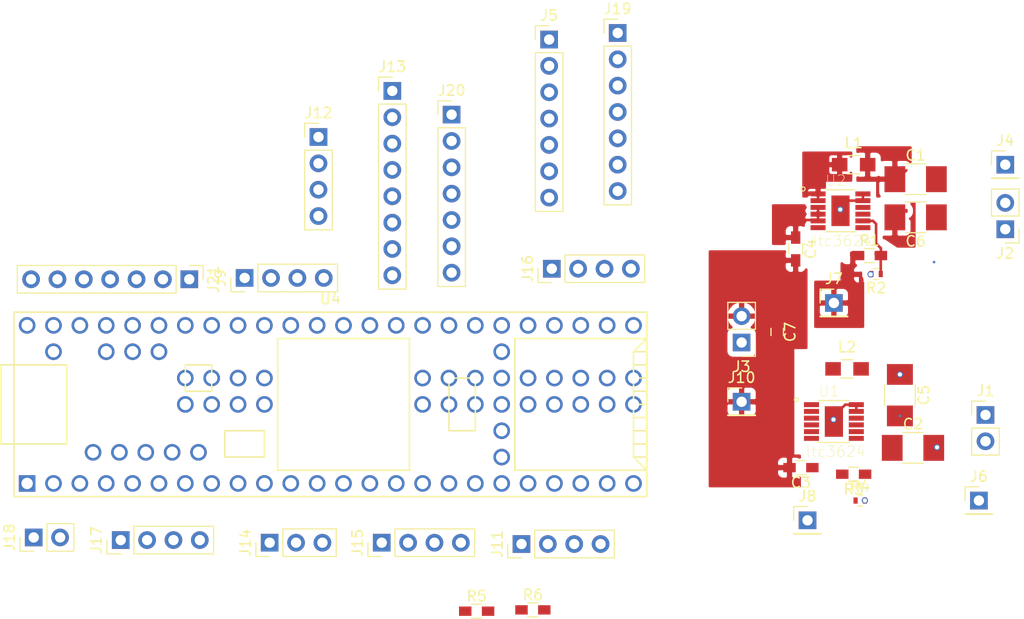
<source format=kicad_pcb>
(kicad_pcb (version 20171130) (host pcbnew "(5.1.0)-1")

  (general
    (thickness 1.6)
    (drawings 0)
    (tracks 38)
    (zones 0)
    (modules 39)
    (nets 102)
  )

  (page A4)
  (layers
    (0 F.Cu signal)
    (31 B.Cu signal)
    (32 B.Adhes user)
    (33 F.Adhes user)
    (34 B.Paste user)
    (35 F.Paste user)
    (36 B.SilkS user)
    (37 F.SilkS user)
    (38 B.Mask user)
    (39 F.Mask user)
    (40 Dwgs.User user)
    (41 Cmts.User user)
    (42 Eco1.User user)
    (43 Eco2.User user)
    (44 Edge.Cuts user)
    (45 Margin user)
    (46 B.CrtYd user hide)
    (47 F.CrtYd user)
    (48 B.Fab user hide)
    (49 F.Fab user hide)
  )

  (setup
    (last_trace_width 0.25)
    (trace_clearance 0.2)
    (zone_clearance 0.508)
    (zone_45_only no)
    (trace_min 0.2)
    (via_size 0.6)
    (via_drill 0.4)
    (via_min_size 0.4)
    (via_min_drill 0.3)
    (uvia_size 0.3)
    (uvia_drill 0.1)
    (uvias_allowed no)
    (uvia_min_size 0.2)
    (uvia_min_drill 0.1)
    (edge_width 0.15)
    (segment_width 0.2)
    (pcb_text_width 0.3)
    (pcb_text_size 1.5 1.5)
    (mod_edge_width 0.15)
    (mod_text_size 1 1)
    (mod_text_width 0.15)
    (pad_size 1.524 1.524)
    (pad_drill 0.762)
    (pad_to_mask_clearance 0.2)
    (aux_axis_origin 0 0)
    (visible_elements 7FFFF7FF)
    (pcbplotparams
      (layerselection 0x00030_80000001)
      (usegerberextensions false)
      (usegerberattributes false)
      (usegerberadvancedattributes false)
      (creategerberjobfile false)
      (excludeedgelayer true)
      (linewidth 0.100000)
      (plotframeref false)
      (viasonmask false)
      (mode 1)
      (useauxorigin false)
      (hpglpennumber 1)
      (hpglpenspeed 20)
      (hpglpendiameter 15.000000)
      (psnegative false)
      (psa4output false)
      (plotreference true)
      (plotvalue true)
      (plotinvisibletext false)
      (padsonsilk false)
      (subtractmaskfromsilk false)
      (outputformat 1)
      (mirror false)
      (drillshape 1)
      (scaleselection 1)
      (outputdirectory ""))
  )

  (net 0 "")
  (net 1 GND)
  (net 2 "Net-(C3-Pad1)")
  (net 3 +12V)
  (net 4 "Net-(C4-Pad1)")
  (net 5 "Net-(C5-Pad2)")
  (net 6 "Net-(C6-Pad2)")
  (net 7 "Net-(J7-Pad1)")
  (net 8 "Net-(J8-Pad1)")
  (net 9 "Net-(L1-Pad1)")
  (net 10 "Net-(L2-Pad1)")
  (net 11 "Net-(U1-Pad6)")
  (net 12 "Net-(U1-Pad7)")
  (net 13 "Net-(U2-Pad6)")
  (net 14 "Net-(U2-Pad7)")
  (net 15 +5V)
  (net 16 +3V3)
  (net 17 "Net-(J5-Pad5)")
  (net 18 "Net-(J5-Pad4)")
  (net 19 "Net-(J5-Pad3)")
  (net 20 sda2)
  (net 21 sc12)
  (net 22 sda0)
  (net 23 scl0)
  (net 24 "Net-(J11-Pad1)")
  (net 25 scl1)
  (net 26 sda1)
  (net 27 A9)
  (net 28 A8)
  (net 29 A7)
  (net 30 "Net-(J13-Pad5)")
  (net 31 "Net-(J13-Pad4)")
  (net 32 A6)
  (net 33 TX3)
  (net 34 RX3)
  (net 35 MI)
  (net 36 MO)
  (net 37 A14)
  (net 38 A15)
  (net 39 A16)
  (net 40 A17)
  (net 41 Vbat)
  (net 42 "Net-(J19-Pad1)")
  (net 43 A3)
  (net 44 "Net-(U4-Pad60)")
  (net 45 "Net-(U4-Pad59)")
  (net 46 "Net-(U4-Pad58)")
  (net 47 "Net-(U4-Pad86)")
  (net 48 "Net-(U4-Pad85)")
  (net 49 "Net-(U4-Pad84)")
  (net 50 "Net-(U4-Pad83)")
  (net 51 "Net-(U4-Pad82)")
  (net 52 "Net-(U4-Pad81)")
  (net 53 "Net-(U4-Pad80)")
  (net 54 "Net-(U4-Pad79)")
  (net 55 "Net-(U4-Pad78)")
  (net 56 "Net-(U4-Pad77)")
  (net 57 "Net-(U4-Pad76)")
  (net 58 "Net-(U4-Pad75)")
  (net 59 "Net-(U4-Pad73)")
  (net 60 "Net-(U4-Pad72)")
  (net 61 "Net-(U4-Pad71)")
  (net 62 "Net-(U4-Pad70)")
  (net 63 "Net-(U4-Pad69)")
  (net 64 "Net-(U4-Pad68)")
  (net 65 "Net-(U4-Pad67)")
  (net 66 "Net-(U4-Pad66)")
  (net 67 "Net-(U4-Pad65)")
  (net 68 "Net-(U4-Pad64)")
  (net 69 "Net-(U4-Pad63)")
  (net 70 "Net-(U4-Pad57)")
  (net 71 "Net-(U4-Pad56)")
  (net 72 "Net-(U4-Pad55)")
  (net 73 "Net-(U4-Pad54)")
  (net 74 "Net-(U4-Pad52)")
  (net 75 "Net-(U4-Pad51)")
  (net 76 "Net-(U4-Pad43)")
  (net 77 "Net-(U4-Pad42)")
  (net 78 "Net-(U4-Pad41)")
  (net 79 "Net-(U4-Pad40)")
  (net 80 "Net-(U4-Pad38)")
  (net 81 "Net-(U3-Pad2)")
  (net 82 "Net-(U3-Pad3)")
  (net 83 "Net-(U4-Pad4)")
  (net 84 "Net-(U4-Pad7)")
  (net 85 "Net-(U4-Pad8)")
  (net 86 "Net-(U4-Pad11)")
  (net 87 "Net-(U4-Pad12)")
  (net 88 "Net-(U4-Pad37)")
  (net 89 "Net-(U4-Pad36)")
  (net 90 "Net-(U4-Pad29)")
  (net 91 "Net-(U4-Pad28)")
  (net 92 "Net-(U4-Pad24)")
  (net 93 "Net-(U4-Pad23)")
  (net 94 "Net-(U4-Pad22)")
  (net 95 "Net-(U4-Pad21)")
  (net 96 "Net-(U4-Pad15)")
  (net 97 "Net-(U4-Pad16)")
  (net 98 "Net-(U4-Pad20)")
  (net 99 "Net-(U4-Pad19)")
  (net 100 "Net-(U4-Pad18)")
  (net 101 "Net-(U4-Pad17)")

  (net_class Default "This is the default net class."
    (clearance 0.2)
    (trace_width 0.25)
    (via_dia 0.6)
    (via_drill 0.4)
    (uvia_dia 0.3)
    (uvia_drill 0.1)
    (add_net +12V)
    (add_net +3V3)
    (add_net +5V)
    (add_net A14)
    (add_net A15)
    (add_net A16)
    (add_net A17)
    (add_net A3)
    (add_net A6)
    (add_net A7)
    (add_net A8)
    (add_net A9)
    (add_net GND)
    (add_net MI)
    (add_net MO)
    (add_net "Net-(C3-Pad1)")
    (add_net "Net-(C4-Pad1)")
    (add_net "Net-(C5-Pad2)")
    (add_net "Net-(C6-Pad2)")
    (add_net "Net-(J11-Pad1)")
    (add_net "Net-(J13-Pad4)")
    (add_net "Net-(J13-Pad5)")
    (add_net "Net-(J19-Pad1)")
    (add_net "Net-(J5-Pad3)")
    (add_net "Net-(J5-Pad4)")
    (add_net "Net-(J5-Pad5)")
    (add_net "Net-(J7-Pad1)")
    (add_net "Net-(J8-Pad1)")
    (add_net "Net-(L1-Pad1)")
    (add_net "Net-(L2-Pad1)")
    (add_net "Net-(U1-Pad6)")
    (add_net "Net-(U1-Pad7)")
    (add_net "Net-(U2-Pad6)")
    (add_net "Net-(U2-Pad7)")
    (add_net "Net-(U3-Pad2)")
    (add_net "Net-(U3-Pad3)")
    (add_net "Net-(U4-Pad11)")
    (add_net "Net-(U4-Pad12)")
    (add_net "Net-(U4-Pad15)")
    (add_net "Net-(U4-Pad16)")
    (add_net "Net-(U4-Pad17)")
    (add_net "Net-(U4-Pad18)")
    (add_net "Net-(U4-Pad19)")
    (add_net "Net-(U4-Pad20)")
    (add_net "Net-(U4-Pad21)")
    (add_net "Net-(U4-Pad22)")
    (add_net "Net-(U4-Pad23)")
    (add_net "Net-(U4-Pad24)")
    (add_net "Net-(U4-Pad28)")
    (add_net "Net-(U4-Pad29)")
    (add_net "Net-(U4-Pad36)")
    (add_net "Net-(U4-Pad37)")
    (add_net "Net-(U4-Pad38)")
    (add_net "Net-(U4-Pad4)")
    (add_net "Net-(U4-Pad40)")
    (add_net "Net-(U4-Pad41)")
    (add_net "Net-(U4-Pad42)")
    (add_net "Net-(U4-Pad43)")
    (add_net "Net-(U4-Pad51)")
    (add_net "Net-(U4-Pad52)")
    (add_net "Net-(U4-Pad54)")
    (add_net "Net-(U4-Pad55)")
    (add_net "Net-(U4-Pad56)")
    (add_net "Net-(U4-Pad57)")
    (add_net "Net-(U4-Pad58)")
    (add_net "Net-(U4-Pad59)")
    (add_net "Net-(U4-Pad60)")
    (add_net "Net-(U4-Pad63)")
    (add_net "Net-(U4-Pad64)")
    (add_net "Net-(U4-Pad65)")
    (add_net "Net-(U4-Pad66)")
    (add_net "Net-(U4-Pad67)")
    (add_net "Net-(U4-Pad68)")
    (add_net "Net-(U4-Pad69)")
    (add_net "Net-(U4-Pad7)")
    (add_net "Net-(U4-Pad70)")
    (add_net "Net-(U4-Pad71)")
    (add_net "Net-(U4-Pad72)")
    (add_net "Net-(U4-Pad73)")
    (add_net "Net-(U4-Pad75)")
    (add_net "Net-(U4-Pad76)")
    (add_net "Net-(U4-Pad77)")
    (add_net "Net-(U4-Pad78)")
    (add_net "Net-(U4-Pad79)")
    (add_net "Net-(U4-Pad8)")
    (add_net "Net-(U4-Pad80)")
    (add_net "Net-(U4-Pad81)")
    (add_net "Net-(U4-Pad82)")
    (add_net "Net-(U4-Pad83)")
    (add_net "Net-(U4-Pad84)")
    (add_net "Net-(U4-Pad85)")
    (add_net "Net-(U4-Pad86)")
    (add_net RX3)
    (add_net TX3)
    (add_net Vbat)
    (add_net sc12)
    (add_net scl0)
    (add_net scl1)
    (add_net sda0)
    (add_net sda1)
    (add_net sda2)
  )

  (module Resistors_SMD:R_1210_HandSoldering (layer F.Cu) (tedit 58E0A804) (tstamp 5CAC1E77)
    (at 121.539 102.997)
    (descr "Resistor SMD 1210, hand soldering")
    (tags "resistor 1210")
    (path /5CAC103B)
    (attr smd)
    (fp_text reference C1 (at 0 -2.3) (layer F.SilkS)
      (effects (font (size 1 1) (thickness 0.15)))
    )
    (fp_text value 47uF (at 0 2.4) (layer F.Fab)
      (effects (font (size 1 1) (thickness 0.15)))
    )
    (fp_text user %R (at 0 0) (layer F.Fab)
      (effects (font (size 0.7 0.7) (thickness 0.105)))
    )
    (fp_line (start -1.6 1.25) (end -1.6 -1.25) (layer F.Fab) (width 0.1))
    (fp_line (start 1.6 1.25) (end -1.6 1.25) (layer F.Fab) (width 0.1))
    (fp_line (start 1.6 -1.25) (end 1.6 1.25) (layer F.Fab) (width 0.1))
    (fp_line (start -1.6 -1.25) (end 1.6 -1.25) (layer F.Fab) (width 0.1))
    (fp_line (start 1 1.48) (end -1 1.48) (layer F.SilkS) (width 0.12))
    (fp_line (start -1 -1.48) (end 1 -1.48) (layer F.SilkS) (width 0.12))
    (fp_line (start -3.25 -1.5) (end 3.25 -1.5) (layer F.CrtYd) (width 0.05))
    (fp_line (start -3.25 -1.5) (end -3.25 1.5) (layer F.CrtYd) (width 0.05))
    (fp_line (start 3.25 1.5) (end 3.25 -1.5) (layer F.CrtYd) (width 0.05))
    (fp_line (start 3.25 1.5) (end -3.25 1.5) (layer F.CrtYd) (width 0.05))
    (pad 1 smd rect (at -2 0) (size 2 2.5) (layers F.Cu F.Paste F.Mask)
      (net 15 +5V))
    (pad 2 smd rect (at 2 0) (size 2 2.5) (layers F.Cu F.Paste F.Mask)
      (net 1 GND))
    (model ${KISYS3DMOD}/Resistors_SMD.3dshapes/R_1210.wrl
      (at (xyz 0 0 0))
      (scale (xyz 1 1 1))
      (rotate (xyz 0 0 0))
    )
  )

  (module Resistors_SMD:R_1210_HandSoldering (layer F.Cu) (tedit 58E0A804) (tstamp 5CAC1E7D)
    (at 121.285 128.905)
    (descr "Resistor SMD 1210, hand soldering")
    (tags "resistor 1210")
    (path /5CAC0ECF)
    (attr smd)
    (fp_text reference C2 (at 0 -2.3) (layer F.SilkS)
      (effects (font (size 1 1) (thickness 0.15)))
    )
    (fp_text value 47uF (at 0 2.4) (layer F.Fab)
      (effects (font (size 1 1) (thickness 0.15)))
    )
    (fp_text user %R (at 0 0) (layer F.Fab)
      (effects (font (size 0.7 0.7) (thickness 0.105)))
    )
    (fp_line (start -1.6 1.25) (end -1.6 -1.25) (layer F.Fab) (width 0.1))
    (fp_line (start 1.6 1.25) (end -1.6 1.25) (layer F.Fab) (width 0.1))
    (fp_line (start 1.6 -1.25) (end 1.6 1.25) (layer F.Fab) (width 0.1))
    (fp_line (start -1.6 -1.25) (end 1.6 -1.25) (layer F.Fab) (width 0.1))
    (fp_line (start 1 1.48) (end -1 1.48) (layer F.SilkS) (width 0.12))
    (fp_line (start -1 -1.48) (end 1 -1.48) (layer F.SilkS) (width 0.12))
    (fp_line (start -3.25 -1.5) (end 3.25 -1.5) (layer F.CrtYd) (width 0.05))
    (fp_line (start -3.25 -1.5) (end -3.25 1.5) (layer F.CrtYd) (width 0.05))
    (fp_line (start 3.25 1.5) (end 3.25 -1.5) (layer F.CrtYd) (width 0.05))
    (fp_line (start 3.25 1.5) (end -3.25 1.5) (layer F.CrtYd) (width 0.05))
    (pad 1 smd rect (at -2 0) (size 2 2.5) (layers F.Cu F.Paste F.Mask)
      (net 16 +3V3))
    (pad 2 smd rect (at 2 0) (size 2 2.5) (layers F.Cu F.Paste F.Mask)
      (net 1 GND))
    (model ${KISYS3DMOD}/Resistors_SMD.3dshapes/R_1210.wrl
      (at (xyz 0 0 0))
      (scale (xyz 1 1 1))
      (rotate (xyz 0 0 0))
    )
  )

  (module Resistors_SMD:R_0603_HandSoldering (layer F.Cu) (tedit 58E0A804) (tstamp 5CAC1E83)
    (at 110.49 130.81 180)
    (descr "Resistor SMD 0603, hand soldering")
    (tags "resistor 0603")
    (path /5CAC0F2B)
    (attr smd)
    (fp_text reference C3 (at 0 -1.45 180) (layer F.SilkS)
      (effects (font (size 1 1) (thickness 0.15)))
    )
    (fp_text value 10uF (at 0 1.55 180) (layer F.Fab)
      (effects (font (size 1 1) (thickness 0.15)))
    )
    (fp_text user %R (at 0 0 180) (layer F.Fab)
      (effects (font (size 0.4 0.4) (thickness 0.075)))
    )
    (fp_line (start -0.8 0.4) (end -0.8 -0.4) (layer F.Fab) (width 0.1))
    (fp_line (start 0.8 0.4) (end -0.8 0.4) (layer F.Fab) (width 0.1))
    (fp_line (start 0.8 -0.4) (end 0.8 0.4) (layer F.Fab) (width 0.1))
    (fp_line (start -0.8 -0.4) (end 0.8 -0.4) (layer F.Fab) (width 0.1))
    (fp_line (start 0.5 0.68) (end -0.5 0.68) (layer F.SilkS) (width 0.12))
    (fp_line (start -0.5 -0.68) (end 0.5 -0.68) (layer F.SilkS) (width 0.12))
    (fp_line (start -1.96 -0.7) (end 1.95 -0.7) (layer F.CrtYd) (width 0.05))
    (fp_line (start -1.96 -0.7) (end -1.96 0.7) (layer F.CrtYd) (width 0.05))
    (fp_line (start 1.95 0.7) (end 1.95 -0.7) (layer F.CrtYd) (width 0.05))
    (fp_line (start 1.95 0.7) (end -1.96 0.7) (layer F.CrtYd) (width 0.05))
    (pad 1 smd rect (at -1.1 0 180) (size 1.2 0.9) (layers F.Cu F.Paste F.Mask)
      (net 2 "Net-(C3-Pad1)"))
    (pad 2 smd rect (at 1.1 0 180) (size 1.2 0.9) (layers F.Cu F.Paste F.Mask)
      (net 3 +12V))
    (model ${KISYS3DMOD}/Resistors_SMD.3dshapes/R_0603.wrl
      (at (xyz 0 0 0))
      (scale (xyz 1 1 1))
      (rotate (xyz 0 0 0))
    )
  )

  (module Resistors_SMD:R_0603_HandSoldering (layer F.Cu) (tedit 58E0A804) (tstamp 5CAC1E89)
    (at 109.982 109.728 270)
    (descr "Resistor SMD 0603, hand soldering")
    (tags "resistor 0603")
    (path /5CAC0FC3)
    (attr smd)
    (fp_text reference C4 (at 0 -1.45 270) (layer F.SilkS)
      (effects (font (size 1 1) (thickness 0.15)))
    )
    (fp_text value 10uF (at 0 1.55 270) (layer F.Fab)
      (effects (font (size 1 1) (thickness 0.15)))
    )
    (fp_text user %R (at 0 0 270) (layer F.Fab)
      (effects (font (size 0.4 0.4) (thickness 0.075)))
    )
    (fp_line (start -0.8 0.4) (end -0.8 -0.4) (layer F.Fab) (width 0.1))
    (fp_line (start 0.8 0.4) (end -0.8 0.4) (layer F.Fab) (width 0.1))
    (fp_line (start 0.8 -0.4) (end 0.8 0.4) (layer F.Fab) (width 0.1))
    (fp_line (start -0.8 -0.4) (end 0.8 -0.4) (layer F.Fab) (width 0.1))
    (fp_line (start 0.5 0.68) (end -0.5 0.68) (layer F.SilkS) (width 0.12))
    (fp_line (start -0.5 -0.68) (end 0.5 -0.68) (layer F.SilkS) (width 0.12))
    (fp_line (start -1.96 -0.7) (end 1.95 -0.7) (layer F.CrtYd) (width 0.05))
    (fp_line (start -1.96 -0.7) (end -1.96 0.7) (layer F.CrtYd) (width 0.05))
    (fp_line (start 1.95 0.7) (end 1.95 -0.7) (layer F.CrtYd) (width 0.05))
    (fp_line (start 1.95 0.7) (end -1.96 0.7) (layer F.CrtYd) (width 0.05))
    (pad 1 smd rect (at -1.1 0 270) (size 1.2 0.9) (layers F.Cu F.Paste F.Mask)
      (net 4 "Net-(C4-Pad1)"))
    (pad 2 smd rect (at 1.1 0 270) (size 1.2 0.9) (layers F.Cu F.Paste F.Mask)
      (net 3 +12V))
    (model ${KISYS3DMOD}/Resistors_SMD.3dshapes/R_0603.wrl
      (at (xyz 0 0 0))
      (scale (xyz 1 1 1))
      (rotate (xyz 0 0 0))
    )
  )

  (module Resistors_SMD:R_1210_HandSoldering (layer F.Cu) (tedit 58E0A804) (tstamp 5CAC1E8F)
    (at 120.025 123.825 270)
    (descr "Resistor SMD 1210, hand soldering")
    (tags "resistor 1210")
    (path /5CAC0F02)
    (attr smd)
    (fp_text reference C5 (at 0 -2.3 270) (layer F.SilkS)
      (effects (font (size 1 1) (thickness 0.15)))
    )
    (fp_text value 2.2uF (at 0 2.4 270) (layer F.Fab)
      (effects (font (size 1 1) (thickness 0.15)))
    )
    (fp_text user %R (at 0 0 270) (layer F.Fab)
      (effects (font (size 0.7 0.7) (thickness 0.105)))
    )
    (fp_line (start -1.6 1.25) (end -1.6 -1.25) (layer F.Fab) (width 0.1))
    (fp_line (start 1.6 1.25) (end -1.6 1.25) (layer F.Fab) (width 0.1))
    (fp_line (start 1.6 -1.25) (end 1.6 1.25) (layer F.Fab) (width 0.1))
    (fp_line (start -1.6 -1.25) (end 1.6 -1.25) (layer F.Fab) (width 0.1))
    (fp_line (start 1 1.48) (end -1 1.48) (layer F.SilkS) (width 0.12))
    (fp_line (start -1 -1.48) (end 1 -1.48) (layer F.SilkS) (width 0.12))
    (fp_line (start -3.25 -1.5) (end 3.25 -1.5) (layer F.CrtYd) (width 0.05))
    (fp_line (start -3.25 -1.5) (end -3.25 1.5) (layer F.CrtYd) (width 0.05))
    (fp_line (start 3.25 1.5) (end 3.25 -1.5) (layer F.CrtYd) (width 0.05))
    (fp_line (start 3.25 1.5) (end -3.25 1.5) (layer F.CrtYd) (width 0.05))
    (pad 1 smd rect (at -2 0 270) (size 2 2.5) (layers F.Cu F.Paste F.Mask)
      (net 1 GND))
    (pad 2 smd rect (at 2 0 270) (size 2 2.5) (layers F.Cu F.Paste F.Mask)
      (net 5 "Net-(C5-Pad2)"))
    (model ${KISYS3DMOD}/Resistors_SMD.3dshapes/R_1210.wrl
      (at (xyz 0 0 0))
      (scale (xyz 1 1 1))
      (rotate (xyz 0 0 0))
    )
  )

  (module Resistors_SMD:R_1210_HandSoldering (layer F.Cu) (tedit 58E0A804) (tstamp 5CAC1E95)
    (at 121.539 106.68 180)
    (descr "Resistor SMD 1210, hand soldering")
    (tags "resistor 1210")
    (path /5CAC106A)
    (attr smd)
    (fp_text reference C6 (at 0 -2.3 180) (layer F.SilkS)
      (effects (font (size 1 1) (thickness 0.15)))
    )
    (fp_text value 2.2uF (at 0 2.4 180) (layer F.Fab)
      (effects (font (size 1 1) (thickness 0.15)))
    )
    (fp_text user %R (at 0 0 180) (layer F.Fab)
      (effects (font (size 0.7 0.7) (thickness 0.105)))
    )
    (fp_line (start -1.6 1.25) (end -1.6 -1.25) (layer F.Fab) (width 0.1))
    (fp_line (start 1.6 1.25) (end -1.6 1.25) (layer F.Fab) (width 0.1))
    (fp_line (start 1.6 -1.25) (end 1.6 1.25) (layer F.Fab) (width 0.1))
    (fp_line (start -1.6 -1.25) (end 1.6 -1.25) (layer F.Fab) (width 0.1))
    (fp_line (start 1 1.48) (end -1 1.48) (layer F.SilkS) (width 0.12))
    (fp_line (start -1 -1.48) (end 1 -1.48) (layer F.SilkS) (width 0.12))
    (fp_line (start -3.25 -1.5) (end 3.25 -1.5) (layer F.CrtYd) (width 0.05))
    (fp_line (start -3.25 -1.5) (end -3.25 1.5) (layer F.CrtYd) (width 0.05))
    (fp_line (start 3.25 1.5) (end 3.25 -1.5) (layer F.CrtYd) (width 0.05))
    (fp_line (start 3.25 1.5) (end -3.25 1.5) (layer F.CrtYd) (width 0.05))
    (pad 1 smd rect (at -2 0 180) (size 2 2.5) (layers F.Cu F.Paste F.Mask)
      (net 1 GND))
    (pad 2 smd rect (at 2 0 180) (size 2 2.5) (layers F.Cu F.Paste F.Mask)
      (net 6 "Net-(C6-Pad2)"))
    (model ${KISYS3DMOD}/Resistors_SMD.3dshapes/R_1210.wrl
      (at (xyz 0 0 0))
      (scale (xyz 1 1 1))
      (rotate (xyz 0 0 0))
    )
  )

  (module Pin_Headers:Pin_Header_Straight_1x02_Pitch2.54mm (layer F.Cu) (tedit 59650532) (tstamp 5CAC1E9B)
    (at 128.27 125.73)
    (descr "Through hole straight pin header, 1x02, 2.54mm pitch, single row")
    (tags "Through hole pin header THT 1x02 2.54mm single row")
    (path /5CAC4979)
    (fp_text reference J1 (at 0 -2.33) (layer F.SilkS)
      (effects (font (size 1 1) (thickness 0.15)))
    )
    (fp_text value Conn_01x02_Female (at 0 4.87) (layer F.Fab)
      (effects (font (size 1 1) (thickness 0.15)))
    )
    (fp_line (start -0.635 -1.27) (end 1.27 -1.27) (layer F.Fab) (width 0.1))
    (fp_line (start 1.27 -1.27) (end 1.27 3.81) (layer F.Fab) (width 0.1))
    (fp_line (start 1.27 3.81) (end -1.27 3.81) (layer F.Fab) (width 0.1))
    (fp_line (start -1.27 3.81) (end -1.27 -0.635) (layer F.Fab) (width 0.1))
    (fp_line (start -1.27 -0.635) (end -0.635 -1.27) (layer F.Fab) (width 0.1))
    (fp_line (start -1.33 3.87) (end 1.33 3.87) (layer F.SilkS) (width 0.12))
    (fp_line (start -1.33 1.27) (end -1.33 3.87) (layer F.SilkS) (width 0.12))
    (fp_line (start 1.33 1.27) (end 1.33 3.87) (layer F.SilkS) (width 0.12))
    (fp_line (start -1.33 1.27) (end 1.33 1.27) (layer F.SilkS) (width 0.12))
    (fp_line (start -1.33 0) (end -1.33 -1.33) (layer F.SilkS) (width 0.12))
    (fp_line (start -1.33 -1.33) (end 0 -1.33) (layer F.SilkS) (width 0.12))
    (fp_line (start -1.8 -1.8) (end -1.8 4.35) (layer F.CrtYd) (width 0.05))
    (fp_line (start -1.8 4.35) (end 1.8 4.35) (layer F.CrtYd) (width 0.05))
    (fp_line (start 1.8 4.35) (end 1.8 -1.8) (layer F.CrtYd) (width 0.05))
    (fp_line (start 1.8 -1.8) (end -1.8 -1.8) (layer F.CrtYd) (width 0.05))
    (fp_text user %R (at 0 1.27 90) (layer F.Fab)
      (effects (font (size 1 1) (thickness 0.15)))
    )
    (pad 1 thru_hole rect (at 0 0) (size 1.7 1.7) (drill 1) (layers *.Cu *.Mask)
      (net 1 GND))
    (pad 2 thru_hole oval (at 0 2.54) (size 1.7 1.7) (drill 1) (layers *.Cu *.Mask)
      (net 16 +3V3))
    (model ${KISYS3DMOD}/Pin_Headers.3dshapes/Pin_Header_Straight_1x02_Pitch2.54mm.wrl
      (at (xyz 0 0 0))
      (scale (xyz 1 1 1))
      (rotate (xyz 0 0 0))
    )
  )

  (module Pin_Headers:Pin_Header_Straight_1x02_Pitch2.54mm (layer F.Cu) (tedit 59650532) (tstamp 5CAC1EA1)
    (at 130.175 107.823 180)
    (descr "Through hole straight pin header, 1x02, 2.54mm pitch, single row")
    (tags "Through hole pin header THT 1x02 2.54mm single row")
    (path /5CAC4F5A)
    (fp_text reference J2 (at 0 -2.33 180) (layer F.SilkS)
      (effects (font (size 1 1) (thickness 0.15)))
    )
    (fp_text value Conn_01x02_Female (at 0 4.87 180) (layer F.Fab)
      (effects (font (size 1 1) (thickness 0.15)))
    )
    (fp_line (start -0.635 -1.27) (end 1.27 -1.27) (layer F.Fab) (width 0.1))
    (fp_line (start 1.27 -1.27) (end 1.27 3.81) (layer F.Fab) (width 0.1))
    (fp_line (start 1.27 3.81) (end -1.27 3.81) (layer F.Fab) (width 0.1))
    (fp_line (start -1.27 3.81) (end -1.27 -0.635) (layer F.Fab) (width 0.1))
    (fp_line (start -1.27 -0.635) (end -0.635 -1.27) (layer F.Fab) (width 0.1))
    (fp_line (start -1.33 3.87) (end 1.33 3.87) (layer F.SilkS) (width 0.12))
    (fp_line (start -1.33 1.27) (end -1.33 3.87) (layer F.SilkS) (width 0.12))
    (fp_line (start 1.33 1.27) (end 1.33 3.87) (layer F.SilkS) (width 0.12))
    (fp_line (start -1.33 1.27) (end 1.33 1.27) (layer F.SilkS) (width 0.12))
    (fp_line (start -1.33 0) (end -1.33 -1.33) (layer F.SilkS) (width 0.12))
    (fp_line (start -1.33 -1.33) (end 0 -1.33) (layer F.SilkS) (width 0.12))
    (fp_line (start -1.8 -1.8) (end -1.8 4.35) (layer F.CrtYd) (width 0.05))
    (fp_line (start -1.8 4.35) (end 1.8 4.35) (layer F.CrtYd) (width 0.05))
    (fp_line (start 1.8 4.35) (end 1.8 -1.8) (layer F.CrtYd) (width 0.05))
    (fp_line (start 1.8 -1.8) (end -1.8 -1.8) (layer F.CrtYd) (width 0.05))
    (fp_text user %R (at 0 1.27 270) (layer F.Fab)
      (effects (font (size 1 1) (thickness 0.15)))
    )
    (pad 1 thru_hole rect (at 0 0 180) (size 1.7 1.7) (drill 1) (layers *.Cu *.Mask)
      (net 1 GND))
    (pad 2 thru_hole oval (at 0 2.54 180) (size 1.7 1.7) (drill 1) (layers *.Cu *.Mask)
      (net 15 +5V))
    (model ${KISYS3DMOD}/Pin_Headers.3dshapes/Pin_Header_Straight_1x02_Pitch2.54mm.wrl
      (at (xyz 0 0 0))
      (scale (xyz 1 1 1))
      (rotate (xyz 0 0 0))
    )
  )

  (module Pin_Headers:Pin_Header_Straight_1x02_Pitch2.54mm (layer F.Cu) (tedit 59650532) (tstamp 5CAC1EA7)
    (at 104.775 118.745 180)
    (descr "Through hole straight pin header, 1x02, 2.54mm pitch, single row")
    (tags "Through hole pin header THT 1x02 2.54mm single row")
    (path /5CAC4A78)
    (fp_text reference J3 (at 0 -2.33 180) (layer F.SilkS)
      (effects (font (size 1 1) (thickness 0.15)))
    )
    (fp_text value Conn_01x02_Female (at 0 4.87 180) (layer F.Fab)
      (effects (font (size 1 1) (thickness 0.15)))
    )
    (fp_line (start -0.635 -1.27) (end 1.27 -1.27) (layer F.Fab) (width 0.1))
    (fp_line (start 1.27 -1.27) (end 1.27 3.81) (layer F.Fab) (width 0.1))
    (fp_line (start 1.27 3.81) (end -1.27 3.81) (layer F.Fab) (width 0.1))
    (fp_line (start -1.27 3.81) (end -1.27 -0.635) (layer F.Fab) (width 0.1))
    (fp_line (start -1.27 -0.635) (end -0.635 -1.27) (layer F.Fab) (width 0.1))
    (fp_line (start -1.33 3.87) (end 1.33 3.87) (layer F.SilkS) (width 0.12))
    (fp_line (start -1.33 1.27) (end -1.33 3.87) (layer F.SilkS) (width 0.12))
    (fp_line (start 1.33 1.27) (end 1.33 3.87) (layer F.SilkS) (width 0.12))
    (fp_line (start -1.33 1.27) (end 1.33 1.27) (layer F.SilkS) (width 0.12))
    (fp_line (start -1.33 0) (end -1.33 -1.33) (layer F.SilkS) (width 0.12))
    (fp_line (start -1.33 -1.33) (end 0 -1.33) (layer F.SilkS) (width 0.12))
    (fp_line (start -1.8 -1.8) (end -1.8 4.35) (layer F.CrtYd) (width 0.05))
    (fp_line (start -1.8 4.35) (end 1.8 4.35) (layer F.CrtYd) (width 0.05))
    (fp_line (start 1.8 4.35) (end 1.8 -1.8) (layer F.CrtYd) (width 0.05))
    (fp_line (start 1.8 -1.8) (end -1.8 -1.8) (layer F.CrtYd) (width 0.05))
    (fp_text user %R (at 0 1.27 270) (layer F.Fab)
      (effects (font (size 1 1) (thickness 0.15)))
    )
    (pad 1 thru_hole rect (at 0 0 180) (size 1.7 1.7) (drill 1) (layers *.Cu *.Mask)
      (net 1 GND))
    (pad 2 thru_hole oval (at 0 2.54 180) (size 1.7 1.7) (drill 1) (layers *.Cu *.Mask)
      (net 3 +12V))
    (model ${KISYS3DMOD}/Pin_Headers.3dshapes/Pin_Header_Straight_1x02_Pitch2.54mm.wrl
      (at (xyz 0 0 0))
      (scale (xyz 1 1 1))
      (rotate (xyz 0 0 0))
    )
  )

  (module Pin_Headers:Pin_Header_Straight_1x01_Pitch2.54mm (layer F.Cu) (tedit 59650532) (tstamp 5CAC1EAC)
    (at 130.175 101.6)
    (descr "Through hole straight pin header, 1x01, 2.54mm pitch, single row")
    (tags "Through hole pin header THT 1x01 2.54mm single row")
    (path /5CAC4BD0)
    (fp_text reference J4 (at 0 -2.33) (layer F.SilkS)
      (effects (font (size 1 1) (thickness 0.15)))
    )
    (fp_text value Conn_01x01_Female (at 0 2.33) (layer F.Fab)
      (effects (font (size 1 1) (thickness 0.15)))
    )
    (fp_line (start -0.635 -1.27) (end 1.27 -1.27) (layer F.Fab) (width 0.1))
    (fp_line (start 1.27 -1.27) (end 1.27 1.27) (layer F.Fab) (width 0.1))
    (fp_line (start 1.27 1.27) (end -1.27 1.27) (layer F.Fab) (width 0.1))
    (fp_line (start -1.27 1.27) (end -1.27 -0.635) (layer F.Fab) (width 0.1))
    (fp_line (start -1.27 -0.635) (end -0.635 -1.27) (layer F.Fab) (width 0.1))
    (fp_line (start -1.33 1.33) (end 1.33 1.33) (layer F.SilkS) (width 0.12))
    (fp_line (start -1.33 1.27) (end -1.33 1.33) (layer F.SilkS) (width 0.12))
    (fp_line (start 1.33 1.27) (end 1.33 1.33) (layer F.SilkS) (width 0.12))
    (fp_line (start -1.33 1.27) (end 1.33 1.27) (layer F.SilkS) (width 0.12))
    (fp_line (start -1.33 0) (end -1.33 -1.33) (layer F.SilkS) (width 0.12))
    (fp_line (start -1.33 -1.33) (end 0 -1.33) (layer F.SilkS) (width 0.12))
    (fp_line (start -1.8 -1.8) (end -1.8 1.8) (layer F.CrtYd) (width 0.05))
    (fp_line (start -1.8 1.8) (end 1.8 1.8) (layer F.CrtYd) (width 0.05))
    (fp_line (start 1.8 1.8) (end 1.8 -1.8) (layer F.CrtYd) (width 0.05))
    (fp_line (start 1.8 -1.8) (end -1.8 -1.8) (layer F.CrtYd) (width 0.05))
    (fp_text user %R (at 0 0 90) (layer F.Fab)
      (effects (font (size 1 1) (thickness 0.15)))
    )
    (pad 1 thru_hole rect (at 0 0) (size 1.7 1.7) (drill 1) (layers *.Cu *.Mask)
      (net 15 +5V))
    (model ${KISYS3DMOD}/Pin_Headers.3dshapes/Pin_Header_Straight_1x01_Pitch2.54mm.wrl
      (at (xyz 0 0 0))
      (scale (xyz 1 1 1))
      (rotate (xyz 0 0 0))
    )
  )

  (module Pin_Headers:Pin_Header_Straight_1x01_Pitch2.54mm (layer F.Cu) (tedit 59650532) (tstamp 5CAC1EB1)
    (at 127.635 133.985)
    (descr "Through hole straight pin header, 1x01, 2.54mm pitch, single row")
    (tags "Through hole pin header THT 1x01 2.54mm single row")
    (path /5CAC4C11)
    (fp_text reference J6 (at 0 -2.33) (layer F.SilkS)
      (effects (font (size 1 1) (thickness 0.15)))
    )
    (fp_text value Conn_01x01_Female (at 0 2.33) (layer F.Fab)
      (effects (font (size 1 1) (thickness 0.15)))
    )
    (fp_line (start -0.635 -1.27) (end 1.27 -1.27) (layer F.Fab) (width 0.1))
    (fp_line (start 1.27 -1.27) (end 1.27 1.27) (layer F.Fab) (width 0.1))
    (fp_line (start 1.27 1.27) (end -1.27 1.27) (layer F.Fab) (width 0.1))
    (fp_line (start -1.27 1.27) (end -1.27 -0.635) (layer F.Fab) (width 0.1))
    (fp_line (start -1.27 -0.635) (end -0.635 -1.27) (layer F.Fab) (width 0.1))
    (fp_line (start -1.33 1.33) (end 1.33 1.33) (layer F.SilkS) (width 0.12))
    (fp_line (start -1.33 1.27) (end -1.33 1.33) (layer F.SilkS) (width 0.12))
    (fp_line (start 1.33 1.27) (end 1.33 1.33) (layer F.SilkS) (width 0.12))
    (fp_line (start -1.33 1.27) (end 1.33 1.27) (layer F.SilkS) (width 0.12))
    (fp_line (start -1.33 0) (end -1.33 -1.33) (layer F.SilkS) (width 0.12))
    (fp_line (start -1.33 -1.33) (end 0 -1.33) (layer F.SilkS) (width 0.12))
    (fp_line (start -1.8 -1.8) (end -1.8 1.8) (layer F.CrtYd) (width 0.05))
    (fp_line (start -1.8 1.8) (end 1.8 1.8) (layer F.CrtYd) (width 0.05))
    (fp_line (start 1.8 1.8) (end 1.8 -1.8) (layer F.CrtYd) (width 0.05))
    (fp_line (start 1.8 -1.8) (end -1.8 -1.8) (layer F.CrtYd) (width 0.05))
    (fp_text user %R (at 0 0 90) (layer F.Fab)
      (effects (font (size 1 1) (thickness 0.15)))
    )
    (pad 1 thru_hole rect (at 0 0) (size 1.7 1.7) (drill 1) (layers *.Cu *.Mask)
      (net 16 +3V3))
    (model ${KISYS3DMOD}/Pin_Headers.3dshapes/Pin_Header_Straight_1x01_Pitch2.54mm.wrl
      (at (xyz 0 0 0))
      (scale (xyz 1 1 1))
      (rotate (xyz 0 0 0))
    )
  )

  (module Pin_Headers:Pin_Header_Straight_1x01_Pitch2.54mm (layer F.Cu) (tedit 59650532) (tstamp 5CAC1EB6)
    (at 113.665 114.935)
    (descr "Through hole straight pin header, 1x01, 2.54mm pitch, single row")
    (tags "Through hole pin header THT 1x01 2.54mm single row")
    (path /5CAC4B00)
    (fp_text reference J7 (at 0 -2.33) (layer F.SilkS)
      (effects (font (size 1 1) (thickness 0.15)))
    )
    (fp_text value Conn_01x01_Female (at 0 2.33) (layer F.Fab)
      (effects (font (size 1 1) (thickness 0.15)))
    )
    (fp_line (start -0.635 -1.27) (end 1.27 -1.27) (layer F.Fab) (width 0.1))
    (fp_line (start 1.27 -1.27) (end 1.27 1.27) (layer F.Fab) (width 0.1))
    (fp_line (start 1.27 1.27) (end -1.27 1.27) (layer F.Fab) (width 0.1))
    (fp_line (start -1.27 1.27) (end -1.27 -0.635) (layer F.Fab) (width 0.1))
    (fp_line (start -1.27 -0.635) (end -0.635 -1.27) (layer F.Fab) (width 0.1))
    (fp_line (start -1.33 1.33) (end 1.33 1.33) (layer F.SilkS) (width 0.12))
    (fp_line (start -1.33 1.27) (end -1.33 1.33) (layer F.SilkS) (width 0.12))
    (fp_line (start 1.33 1.27) (end 1.33 1.33) (layer F.SilkS) (width 0.12))
    (fp_line (start -1.33 1.27) (end 1.33 1.27) (layer F.SilkS) (width 0.12))
    (fp_line (start -1.33 0) (end -1.33 -1.33) (layer F.SilkS) (width 0.12))
    (fp_line (start -1.33 -1.33) (end 0 -1.33) (layer F.SilkS) (width 0.12))
    (fp_line (start -1.8 -1.8) (end -1.8 1.8) (layer F.CrtYd) (width 0.05))
    (fp_line (start -1.8 1.8) (end 1.8 1.8) (layer F.CrtYd) (width 0.05))
    (fp_line (start 1.8 1.8) (end 1.8 -1.8) (layer F.CrtYd) (width 0.05))
    (fp_line (start 1.8 -1.8) (end -1.8 -1.8) (layer F.CrtYd) (width 0.05))
    (fp_text user %R (at 0 0 90) (layer F.Fab)
      (effects (font (size 1 1) (thickness 0.15)))
    )
    (pad 1 thru_hole rect (at 0 0) (size 1.7 1.7) (drill 1) (layers *.Cu *.Mask)
      (net 7 "Net-(J7-Pad1)"))
    (model ${KISYS3DMOD}/Pin_Headers.3dshapes/Pin_Header_Straight_1x01_Pitch2.54mm.wrl
      (at (xyz 0 0 0))
      (scale (xyz 1 1 1))
      (rotate (xyz 0 0 0))
    )
  )

  (module Pin_Headers:Pin_Header_Straight_1x01_Pitch2.54mm (layer F.Cu) (tedit 59650532) (tstamp 5CAC1EBB)
    (at 111.125 135.89)
    (descr "Through hole straight pin header, 1x01, 2.54mm pitch, single row")
    (tags "Through hole pin header THT 1x01 2.54mm single row")
    (path /5CAC4C54)
    (fp_text reference J8 (at 0 -2.33) (layer F.SilkS)
      (effects (font (size 1 1) (thickness 0.15)))
    )
    (fp_text value Conn_01x01_Female (at 0 2.33) (layer F.Fab)
      (effects (font (size 1 1) (thickness 0.15)))
    )
    (fp_line (start -0.635 -1.27) (end 1.27 -1.27) (layer F.Fab) (width 0.1))
    (fp_line (start 1.27 -1.27) (end 1.27 1.27) (layer F.Fab) (width 0.1))
    (fp_line (start 1.27 1.27) (end -1.27 1.27) (layer F.Fab) (width 0.1))
    (fp_line (start -1.27 1.27) (end -1.27 -0.635) (layer F.Fab) (width 0.1))
    (fp_line (start -1.27 -0.635) (end -0.635 -1.27) (layer F.Fab) (width 0.1))
    (fp_line (start -1.33 1.33) (end 1.33 1.33) (layer F.SilkS) (width 0.12))
    (fp_line (start -1.33 1.27) (end -1.33 1.33) (layer F.SilkS) (width 0.12))
    (fp_line (start 1.33 1.27) (end 1.33 1.33) (layer F.SilkS) (width 0.12))
    (fp_line (start -1.33 1.27) (end 1.33 1.27) (layer F.SilkS) (width 0.12))
    (fp_line (start -1.33 0) (end -1.33 -1.33) (layer F.SilkS) (width 0.12))
    (fp_line (start -1.33 -1.33) (end 0 -1.33) (layer F.SilkS) (width 0.12))
    (fp_line (start -1.8 -1.8) (end -1.8 1.8) (layer F.CrtYd) (width 0.05))
    (fp_line (start -1.8 1.8) (end 1.8 1.8) (layer F.CrtYd) (width 0.05))
    (fp_line (start 1.8 1.8) (end 1.8 -1.8) (layer F.CrtYd) (width 0.05))
    (fp_line (start 1.8 -1.8) (end -1.8 -1.8) (layer F.CrtYd) (width 0.05))
    (fp_text user %R (at 0 0 90) (layer F.Fab)
      (effects (font (size 1 1) (thickness 0.15)))
    )
    (pad 1 thru_hole rect (at 0 0) (size 1.7 1.7) (drill 1) (layers *.Cu *.Mask)
      (net 8 "Net-(J8-Pad1)"))
    (model ${KISYS3DMOD}/Pin_Headers.3dshapes/Pin_Header_Straight_1x01_Pitch2.54mm.wrl
      (at (xyz 0 0 0))
      (scale (xyz 1 1 1))
      (rotate (xyz 0 0 0))
    )
  )

  (module Pin_Headers:Pin_Header_Straight_1x01_Pitch2.54mm (layer F.Cu) (tedit 59650532) (tstamp 5CAC1EC5)
    (at 104.775 124.46)
    (descr "Through hole straight pin header, 1x01, 2.54mm pitch, single row")
    (tags "Through hole pin header THT 1x01 2.54mm single row")
    (path /5CAC4C9D)
    (fp_text reference J10 (at 0 -2.33) (layer F.SilkS)
      (effects (font (size 1 1) (thickness 0.15)))
    )
    (fp_text value Conn_01x01_Female (at 0 2.33) (layer F.Fab)
      (effects (font (size 1 1) (thickness 0.15)))
    )
    (fp_line (start -0.635 -1.27) (end 1.27 -1.27) (layer F.Fab) (width 0.1))
    (fp_line (start 1.27 -1.27) (end 1.27 1.27) (layer F.Fab) (width 0.1))
    (fp_line (start 1.27 1.27) (end -1.27 1.27) (layer F.Fab) (width 0.1))
    (fp_line (start -1.27 1.27) (end -1.27 -0.635) (layer F.Fab) (width 0.1))
    (fp_line (start -1.27 -0.635) (end -0.635 -1.27) (layer F.Fab) (width 0.1))
    (fp_line (start -1.33 1.33) (end 1.33 1.33) (layer F.SilkS) (width 0.12))
    (fp_line (start -1.33 1.27) (end -1.33 1.33) (layer F.SilkS) (width 0.12))
    (fp_line (start 1.33 1.27) (end 1.33 1.33) (layer F.SilkS) (width 0.12))
    (fp_line (start -1.33 1.27) (end 1.33 1.27) (layer F.SilkS) (width 0.12))
    (fp_line (start -1.33 0) (end -1.33 -1.33) (layer F.SilkS) (width 0.12))
    (fp_line (start -1.33 -1.33) (end 0 -1.33) (layer F.SilkS) (width 0.12))
    (fp_line (start -1.8 -1.8) (end -1.8 1.8) (layer F.CrtYd) (width 0.05))
    (fp_line (start -1.8 1.8) (end 1.8 1.8) (layer F.CrtYd) (width 0.05))
    (fp_line (start 1.8 1.8) (end 1.8 -1.8) (layer F.CrtYd) (width 0.05))
    (fp_line (start 1.8 -1.8) (end -1.8 -1.8) (layer F.CrtYd) (width 0.05))
    (fp_text user %R (at 0 0 90) (layer F.Fab)
      (effects (font (size 1 1) (thickness 0.15)))
    )
    (pad 1 thru_hole rect (at 0 0) (size 1.7 1.7) (drill 1) (layers *.Cu *.Mask)
      (net 3 +12V))
    (model ${KISYS3DMOD}/Pin_Headers.3dshapes/Pin_Header_Straight_1x01_Pitch2.54mm.wrl
      (at (xyz 0 0 0))
      (scale (xyz 1 1 1))
      (rotate (xyz 0 0 0))
    )
  )

  (module Inductors_SMD:L_0805_HandSoldering (layer F.Cu) (tedit 58307B90) (tstamp 5CAC1ECB)
    (at 115.57 101.6)
    (descr "Resistor SMD 0805, hand soldering")
    (tags "resistor 0805")
    (path /5CAC10D9)
    (attr smd)
    (fp_text reference L1 (at 0 -2.1) (layer F.SilkS)
      (effects (font (size 1 1) (thickness 0.15)))
    )
    (fp_text value 1.3uH (at 0 2.1) (layer F.Fab)
      (effects (font (size 1 1) (thickness 0.15)))
    )
    (fp_text user %R (at 0 0) (layer F.Fab)
      (effects (font (size 0.5 0.5) (thickness 0.075)))
    )
    (fp_line (start -1 0.62) (end -1 -0.62) (layer F.Fab) (width 0.1))
    (fp_line (start 1 0.62) (end -1 0.62) (layer F.Fab) (width 0.1))
    (fp_line (start 1 -0.62) (end 1 0.62) (layer F.Fab) (width 0.1))
    (fp_line (start -1 -0.62) (end 1 -0.62) (layer F.Fab) (width 0.1))
    (fp_line (start -2.4 -1) (end 2.4 -1) (layer F.CrtYd) (width 0.05))
    (fp_line (start -2.4 1) (end 2.4 1) (layer F.CrtYd) (width 0.05))
    (fp_line (start -2.4 -1) (end -2.4 1) (layer F.CrtYd) (width 0.05))
    (fp_line (start 2.4 -1) (end 2.4 1) (layer F.CrtYd) (width 0.05))
    (fp_line (start 0.6 0.88) (end -0.6 0.88) (layer F.SilkS) (width 0.12))
    (fp_line (start -0.6 -0.88) (end 0.6 -0.88) (layer F.SilkS) (width 0.12))
    (pad 1 smd rect (at -1.35 0) (size 1.5 1.3) (layers F.Cu F.Paste F.Mask)
      (net 9 "Net-(L1-Pad1)"))
    (pad 2 smd rect (at 1.35 0) (size 1.5 1.3) (layers F.Cu F.Paste F.Mask)
      (net 15 +5V))
    (model ${KISYS3DMOD}/Inductors_SMD.3dshapes/L_0805.wrl
      (at (xyz 0 0 0))
      (scale (xyz 1 1 1))
      (rotate (xyz 0 0 0))
    )
  )

  (module Inductors_SMD:L_0805_HandSoldering (layer F.Cu) (tedit 58307B90) (tstamp 5CAC1ED1)
    (at 114.935 121.285)
    (descr "Resistor SMD 0805, hand soldering")
    (tags "resistor 0805")
    (path /5CAC112C)
    (attr smd)
    (fp_text reference L2 (at 0 -2.1) (layer F.SilkS)
      (effects (font (size 1 1) (thickness 0.15)))
    )
    (fp_text value 1.1uH (at 0 2.1) (layer F.Fab)
      (effects (font (size 1 1) (thickness 0.15)))
    )
    (fp_text user %R (at 0 0) (layer F.Fab)
      (effects (font (size 0.5 0.5) (thickness 0.075)))
    )
    (fp_line (start -1 0.62) (end -1 -0.62) (layer F.Fab) (width 0.1))
    (fp_line (start 1 0.62) (end -1 0.62) (layer F.Fab) (width 0.1))
    (fp_line (start 1 -0.62) (end 1 0.62) (layer F.Fab) (width 0.1))
    (fp_line (start -1 -0.62) (end 1 -0.62) (layer F.Fab) (width 0.1))
    (fp_line (start -2.4 -1) (end 2.4 -1) (layer F.CrtYd) (width 0.05))
    (fp_line (start -2.4 1) (end 2.4 1) (layer F.CrtYd) (width 0.05))
    (fp_line (start -2.4 -1) (end -2.4 1) (layer F.CrtYd) (width 0.05))
    (fp_line (start 2.4 -1) (end 2.4 1) (layer F.CrtYd) (width 0.05))
    (fp_line (start 0.6 0.88) (end -0.6 0.88) (layer F.SilkS) (width 0.12))
    (fp_line (start -0.6 -0.88) (end 0.6 -0.88) (layer F.SilkS) (width 0.12))
    (pad 1 smd rect (at -1.35 0) (size 1.5 1.3) (layers F.Cu F.Paste F.Mask)
      (net 10 "Net-(L2-Pad1)"))
    (pad 2 smd rect (at 1.35 0) (size 1.5 1.3) (layers F.Cu F.Paste F.Mask)
      (net 16 +3V3))
    (model ${KISYS3DMOD}/Inductors_SMD.3dshapes/L_0805.wrl
      (at (xyz 0 0 0))
      (scale (xyz 1 1 1))
      (rotate (xyz 0 0 0))
    )
  )

  (module Resistors_SMD:R_0603_HandSoldering (layer F.Cu) (tedit 58E0A804) (tstamp 5CAC1ED7)
    (at 117.094 110.363)
    (descr "Resistor SMD 0603, hand soldering")
    (tags "resistor 0603")
    (path /5CAC0E15)
    (attr smd)
    (fp_text reference R1 (at 0 -1.45) (layer F.SilkS)
      (effects (font (size 1 1) (thickness 0.15)))
    )
    (fp_text value 620k (at 0 1.55) (layer F.Fab)
      (effects (font (size 1 1) (thickness 0.15)))
    )
    (fp_text user %R (at 0 0) (layer F.Fab)
      (effects (font (size 0.4 0.4) (thickness 0.075)))
    )
    (fp_line (start -0.8 0.4) (end -0.8 -0.4) (layer F.Fab) (width 0.1))
    (fp_line (start 0.8 0.4) (end -0.8 0.4) (layer F.Fab) (width 0.1))
    (fp_line (start 0.8 -0.4) (end 0.8 0.4) (layer F.Fab) (width 0.1))
    (fp_line (start -0.8 -0.4) (end 0.8 -0.4) (layer F.Fab) (width 0.1))
    (fp_line (start 0.5 0.68) (end -0.5 0.68) (layer F.SilkS) (width 0.12))
    (fp_line (start -0.5 -0.68) (end 0.5 -0.68) (layer F.SilkS) (width 0.12))
    (fp_line (start -1.96 -0.7) (end 1.95 -0.7) (layer F.CrtYd) (width 0.05))
    (fp_line (start -1.96 -0.7) (end -1.96 0.7) (layer F.CrtYd) (width 0.05))
    (fp_line (start 1.95 0.7) (end 1.95 -0.7) (layer F.CrtYd) (width 0.05))
    (fp_line (start 1.95 0.7) (end -1.96 0.7) (layer F.CrtYd) (width 0.05))
    (pad 1 smd rect (at -1.1 0) (size 1.2 0.9) (layers F.Cu F.Paste F.Mask)
      (net 15 +5V))
    (pad 2 smd rect (at 1.1 0) (size 1.2 0.9) (layers F.Cu F.Paste F.Mask)
      (net 7 "Net-(J7-Pad1)"))
    (model ${KISYS3DMOD}/Resistors_SMD.3dshapes/R_0603.wrl
      (at (xyz 0 0 0))
      (scale (xyz 1 1 1))
      (rotate (xyz 0 0 0))
    )
  )

  (module Resistors_SMD:R_0402 (layer F.Cu) (tedit 58E0A804) (tstamp 5CAC1EDD)
    (at 117.729 112.141 180)
    (descr "Resistor SMD 0402, reflow soldering, Vishay (see dcrcw.pdf)")
    (tags "resistor 0402")
    (path /5CAC0E34)
    (attr smd)
    (fp_text reference R2 (at 0 -1.35 180) (layer F.SilkS)
      (effects (font (size 1 1) (thickness 0.15)))
    )
    (fp_text value 84.5k (at 0 1.45 180) (layer F.Fab)
      (effects (font (size 1 1) (thickness 0.15)))
    )
    (fp_text user %R (at 0 -1.35 180) (layer F.Fab)
      (effects (font (size 1 1) (thickness 0.15)))
    )
    (fp_line (start -0.5 0.25) (end -0.5 -0.25) (layer F.Fab) (width 0.1))
    (fp_line (start 0.5 0.25) (end -0.5 0.25) (layer F.Fab) (width 0.1))
    (fp_line (start 0.5 -0.25) (end 0.5 0.25) (layer F.Fab) (width 0.1))
    (fp_line (start -0.5 -0.25) (end 0.5 -0.25) (layer F.Fab) (width 0.1))
    (fp_line (start 0.25 -0.53) (end -0.25 -0.53) (layer F.SilkS) (width 0.12))
    (fp_line (start -0.25 0.53) (end 0.25 0.53) (layer F.SilkS) (width 0.12))
    (fp_line (start -0.8 -0.45) (end 0.8 -0.45) (layer F.CrtYd) (width 0.05))
    (fp_line (start -0.8 -0.45) (end -0.8 0.45) (layer F.CrtYd) (width 0.05))
    (fp_line (start 0.8 0.45) (end 0.8 -0.45) (layer F.CrtYd) (width 0.05))
    (fp_line (start 0.8 0.45) (end -0.8 0.45) (layer F.CrtYd) (width 0.05))
    (pad 1 smd rect (at -0.45 0 180) (size 0.4 0.6) (layers F.Cu F.Paste F.Mask)
      (net 7 "Net-(J7-Pad1)"))
    (pad 2 smd rect (at 0.45 0 180) (size 0.4 0.6) (layers F.Cu F.Paste F.Mask)
      (net 1 GND))
    (model ${KISYS3DMOD}/Resistors_SMD.3dshapes/R_0402.wrl
      (at (xyz 0 0 0))
      (scale (xyz 1 1 1))
      (rotate (xyz 0 0 0))
    )
  )

  (module Resistors_SMD:R_0603_HandSoldering (layer F.Cu) (tedit 58E0A804) (tstamp 5CAC1EE3)
    (at 115.57 131.445 180)
    (descr "Resistor SMD 0603, hand soldering")
    (tags "resistor 0603")
    (path /5CAC0EA4)
    (attr smd)
    (fp_text reference R3 (at 0 -1.45 180) (layer F.SilkS)
      (effects (font (size 1 1) (thickness 0.15)))
    )
    (fp_text value 380k (at 0 1.55 180) (layer F.Fab)
      (effects (font (size 1 1) (thickness 0.15)))
    )
    (fp_text user %R (at 0 0 180) (layer F.Fab)
      (effects (font (size 0.4 0.4) (thickness 0.075)))
    )
    (fp_line (start -0.8 0.4) (end -0.8 -0.4) (layer F.Fab) (width 0.1))
    (fp_line (start 0.8 0.4) (end -0.8 0.4) (layer F.Fab) (width 0.1))
    (fp_line (start 0.8 -0.4) (end 0.8 0.4) (layer F.Fab) (width 0.1))
    (fp_line (start -0.8 -0.4) (end 0.8 -0.4) (layer F.Fab) (width 0.1))
    (fp_line (start 0.5 0.68) (end -0.5 0.68) (layer F.SilkS) (width 0.12))
    (fp_line (start -0.5 -0.68) (end 0.5 -0.68) (layer F.SilkS) (width 0.12))
    (fp_line (start -1.96 -0.7) (end 1.95 -0.7) (layer F.CrtYd) (width 0.05))
    (fp_line (start -1.96 -0.7) (end -1.96 0.7) (layer F.CrtYd) (width 0.05))
    (fp_line (start 1.95 0.7) (end 1.95 -0.7) (layer F.CrtYd) (width 0.05))
    (fp_line (start 1.95 0.7) (end -1.96 0.7) (layer F.CrtYd) (width 0.05))
    (pad 1 smd rect (at -1.1 0 180) (size 1.2 0.9) (layers F.Cu F.Paste F.Mask)
      (net 16 +3V3))
    (pad 2 smd rect (at 1.1 0 180) (size 1.2 0.9) (layers F.Cu F.Paste F.Mask)
      (net 8 "Net-(J8-Pad1)"))
    (model ${KISYS3DMOD}/Resistors_SMD.3dshapes/R_0603.wrl
      (at (xyz 0 0 0))
      (scale (xyz 1 1 1))
      (rotate (xyz 0 0 0))
    )
  )

  (module Resistors_SMD:R_0402 (layer F.Cu) (tedit 58E0A804) (tstamp 5CAC1EE9)
    (at 116.205 133.985)
    (descr "Resistor SMD 0402, reflow soldering, Vishay (see dcrcw.pdf)")
    (tags "resistor 0402")
    (path /5CAC0E51)
    (attr smd)
    (fp_text reference R4 (at 0 -1.35) (layer F.SilkS)
      (effects (font (size 1 1) (thickness 0.15)))
    )
    (fp_text value 84.5k (at 0 1.45) (layer F.Fab)
      (effects (font (size 1 1) (thickness 0.15)))
    )
    (fp_text user %R (at 0 -1.35) (layer F.Fab)
      (effects (font (size 1 1) (thickness 0.15)))
    )
    (fp_line (start -0.5 0.25) (end -0.5 -0.25) (layer F.Fab) (width 0.1))
    (fp_line (start 0.5 0.25) (end -0.5 0.25) (layer F.Fab) (width 0.1))
    (fp_line (start 0.5 -0.25) (end 0.5 0.25) (layer F.Fab) (width 0.1))
    (fp_line (start -0.5 -0.25) (end 0.5 -0.25) (layer F.Fab) (width 0.1))
    (fp_line (start 0.25 -0.53) (end -0.25 -0.53) (layer F.SilkS) (width 0.12))
    (fp_line (start -0.25 0.53) (end 0.25 0.53) (layer F.SilkS) (width 0.12))
    (fp_line (start -0.8 -0.45) (end 0.8 -0.45) (layer F.CrtYd) (width 0.05))
    (fp_line (start -0.8 -0.45) (end -0.8 0.45) (layer F.CrtYd) (width 0.05))
    (fp_line (start 0.8 0.45) (end 0.8 -0.45) (layer F.CrtYd) (width 0.05))
    (fp_line (start 0.8 0.45) (end -0.8 0.45) (layer F.CrtYd) (width 0.05))
    (pad 1 smd rect (at -0.45 0) (size 0.4 0.6) (layers F.Cu F.Paste F.Mask)
      (net 8 "Net-(J8-Pad1)"))
    (pad 2 smd rect (at 0.45 0) (size 0.4 0.6) (layers F.Cu F.Paste F.Mask)
      (net 1 GND))
    (model ${KISYS3DMOD}/Resistors_SMD.3dshapes/R_0402.wrl
      (at (xyz 0 0 0))
      (scale (xyz 1 1 1))
      (rotate (xyz 0 0 0))
    )
  )

  (module SOP65P490X110-13N:SOP65P490X110-13N (layer F.Cu) (tedit 0) (tstamp 5CAC1EFA)
    (at 113.665 126.365)
    (path /5CAC0DDC)
    (attr smd)
    (fp_text reference U1 (at -0.46638 -2.91622) (layer F.SilkS)
      (effects (font (size 1.01169 1.01169) (thickness 0.05)))
    )
    (fp_text value ltc3624 (at 0.175395 2.90563) (layer F.SilkS)
      (effects (font (size 1.00802 1.00802) (thickness 0.05)))
    )
    (fp_poly (pts (xy -0.443897 -0.737) (xy 0.438 -0.737) (xy 0.438 0.746924) (xy -0.443897 0.746924)) (layer F.Paste) (width 0))
    (fp_circle (center -3.61 -2.105) (end -3.41 -2.105) (layer F.SilkS) (width 0.1))
    (fp_circle (center -3.61 -2.105) (end -3.41 -2.105) (layer Eco2.User) (width 0.1))
    (fp_line (start -1.5 -2.0195) (end 1.5 -2.0195) (layer Eco2.User) (width 0.127))
    (fp_line (start -1.5 2.0195) (end 1.5 2.0195) (layer Eco2.User) (width 0.127))
    (fp_line (start -1.5 -2.0195) (end 1.5 -2.0195) (layer F.SilkS) (width 0.127))
    (fp_line (start -1.5 2.0195) (end 1.5 2.0195) (layer F.SilkS) (width 0.127))
    (fp_line (start -1.5 -2.0195) (end -1.5 2.0195) (layer Eco2.User) (width 0.127))
    (fp_line (start 1.5 -2.0195) (end 1.5 2.0195) (layer Eco2.User) (width 0.127))
    (fp_line (start -3.135 -2.2695) (end 3.135 -2.2695) (layer Eco1.User) (width 0.05))
    (fp_line (start -3.135 2.2695) (end 3.135 2.2695) (layer Eco1.User) (width 0.05))
    (fp_line (start -3.135 -2.2695) (end -3.135 2.2695) (layer Eco1.User) (width 0.05))
    (fp_line (start 3.135 -2.2695) (end 3.135 2.2695) (layer Eco1.User) (width 0.05))
    (pad 1 smd rect (at -2.16 -1.625) (size 1.45 0.48) (layers F.Cu F.Paste F.Mask)
      (net 10 "Net-(L2-Pad1)"))
    (pad 2 smd rect (at -2.16 -0.975) (size 1.45 0.48) (layers F.Cu F.Paste F.Mask)
      (net 10 "Net-(L2-Pad1)"))
    (pad 3 smd rect (at -2.16 -0.325) (size 1.45 0.48) (layers F.Cu F.Paste F.Mask)
      (net 2 "Net-(C3-Pad1)"))
    (pad 4 smd rect (at -2.16 0.325) (size 1.45 0.48) (layers F.Cu F.Paste F.Mask)
      (net 2 "Net-(C3-Pad1)"))
    (pad 5 smd rect (at -2.16 0.975) (size 1.45 0.48) (layers F.Cu F.Paste F.Mask)
      (net 2 "Net-(C3-Pad1)"))
    (pad 6 smd rect (at -2.16 1.625) (size 1.45 0.48) (layers F.Cu F.Paste F.Mask)
      (net 11 "Net-(U1-Pad6)"))
    (pad 7 smd rect (at 2.16 1.625) (size 1.45 0.48) (layers F.Cu F.Paste F.Mask)
      (net 12 "Net-(U1-Pad7)"))
    (pad 8 smd rect (at 2.16 0.975) (size 1.45 0.48) (layers F.Cu F.Paste F.Mask)
      (net 8 "Net-(J8-Pad1)"))
    (pad 9 smd rect (at 2.16 0.325) (size 1.45 0.48) (layers F.Cu F.Paste F.Mask)
      (net 5 "Net-(C5-Pad2)"))
    (pad 10 smd rect (at 2.16 -0.325) (size 1.45 0.48) (layers F.Cu F.Paste F.Mask)
      (net 5 "Net-(C5-Pad2)"))
    (pad 11 smd rect (at 2.16 -0.975) (size 1.45 0.48) (layers F.Cu F.Paste F.Mask)
      (net 1 GND))
    (pad 12 smd rect (at 2.16 -1.625) (size 1.45 0.48) (layers F.Cu F.Paste F.Mask)
      (net 1 GND))
    (pad 13 smd rect (at 0 0) (size 1.753 2.947) (layers F.Cu F.Paste F.Mask)
      (net 1 GND))
  )

  (module SOP65P490X110-13N:SOP65P490X110-13N (layer F.Cu) (tedit 0) (tstamp 5CAC1F0B)
    (at 114.3 106.045)
    (path /5CAC0DA7)
    (attr smd)
    (fp_text reference U2 (at -0.46638 -2.91622) (layer F.SilkS)
      (effects (font (size 1.01169 1.01169) (thickness 0.05)))
    )
    (fp_text value ltc3624 (at 0.175395 2.90563) (layer F.SilkS)
      (effects (font (size 1.00802 1.00802) (thickness 0.05)))
    )
    (fp_poly (pts (xy -0.443897 -0.737) (xy 0.438 -0.737) (xy 0.438 0.746924) (xy -0.443897 0.746924)) (layer F.Paste) (width 0))
    (fp_circle (center -3.61 -2.105) (end -3.41 -2.105) (layer F.SilkS) (width 0.1))
    (fp_circle (center -3.61 -2.105) (end -3.41 -2.105) (layer Eco2.User) (width 0.1))
    (fp_line (start -1.5 -2.0195) (end 1.5 -2.0195) (layer Eco2.User) (width 0.127))
    (fp_line (start -1.5 2.0195) (end 1.5 2.0195) (layer Eco2.User) (width 0.127))
    (fp_line (start -1.5 -2.0195) (end 1.5 -2.0195) (layer F.SilkS) (width 0.127))
    (fp_line (start -1.5 2.0195) (end 1.5 2.0195) (layer F.SilkS) (width 0.127))
    (fp_line (start -1.5 -2.0195) (end -1.5 2.0195) (layer Eco2.User) (width 0.127))
    (fp_line (start 1.5 -2.0195) (end 1.5 2.0195) (layer Eco2.User) (width 0.127))
    (fp_line (start -3.135 -2.2695) (end 3.135 -2.2695) (layer Eco1.User) (width 0.05))
    (fp_line (start -3.135 2.2695) (end 3.135 2.2695) (layer Eco1.User) (width 0.05))
    (fp_line (start -3.135 -2.2695) (end -3.135 2.2695) (layer Eco1.User) (width 0.05))
    (fp_line (start 3.135 -2.2695) (end 3.135 2.2695) (layer Eco1.User) (width 0.05))
    (pad 1 smd rect (at -2.16 -1.625) (size 1.45 0.48) (layers F.Cu F.Paste F.Mask)
      (net 9 "Net-(L1-Pad1)"))
    (pad 2 smd rect (at -2.16 -0.975) (size 1.45 0.48) (layers F.Cu F.Paste F.Mask)
      (net 9 "Net-(L1-Pad1)"))
    (pad 3 smd rect (at -2.16 -0.325) (size 1.45 0.48) (layers F.Cu F.Paste F.Mask)
      (net 4 "Net-(C4-Pad1)"))
    (pad 4 smd rect (at -2.16 0.325) (size 1.45 0.48) (layers F.Cu F.Paste F.Mask)
      (net 4 "Net-(C4-Pad1)"))
    (pad 5 smd rect (at -2.16 0.975) (size 1.45 0.48) (layers F.Cu F.Paste F.Mask)
      (net 4 "Net-(C4-Pad1)"))
    (pad 6 smd rect (at -2.16 1.625) (size 1.45 0.48) (layers F.Cu F.Paste F.Mask)
      (net 13 "Net-(U2-Pad6)"))
    (pad 7 smd rect (at 2.16 1.625) (size 1.45 0.48) (layers F.Cu F.Paste F.Mask)
      (net 14 "Net-(U2-Pad7)"))
    (pad 8 smd rect (at 2.16 0.975) (size 1.45 0.48) (layers F.Cu F.Paste F.Mask)
      (net 7 "Net-(J7-Pad1)"))
    (pad 9 smd rect (at 2.16 0.325) (size 1.45 0.48) (layers F.Cu F.Paste F.Mask)
      (net 6 "Net-(C6-Pad2)"))
    (pad 10 smd rect (at 2.16 -0.325) (size 1.45 0.48) (layers F.Cu F.Paste F.Mask)
      (net 6 "Net-(C6-Pad2)"))
    (pad 11 smd rect (at 2.16 -0.975) (size 1.45 0.48) (layers F.Cu F.Paste F.Mask)
      (net 1 GND))
    (pad 12 smd rect (at 2.16 -1.625) (size 1.45 0.48) (layers F.Cu F.Paste F.Mask)
      (net 1 GND))
    (pad 13 smd rect (at 0 0) (size 1.753 2.947) (layers F.Cu F.Paste F.Mask)
      (net 1 GND))
  )

  (module Capacitors_SMD:C_0603_HandSoldering (layer F.Cu) (tedit 58AA848B) (tstamp 5CC108E5)
    (at 108.204 117.729 270)
    (descr "Capacitor SMD 0603, hand soldering")
    (tags "capacitor 0603")
    (path /5CBEC02D)
    (attr smd)
    (fp_text reference C7 (at 0 -1.25 270) (layer F.SilkS)
      (effects (font (size 1 1) (thickness 0.15)))
    )
    (fp_text value 100n (at 0 1.5 270) (layer F.Fab)
      (effects (font (size 1 1) (thickness 0.15)))
    )
    (fp_line (start 1.8 0.65) (end -1.8 0.65) (layer F.CrtYd) (width 0.05))
    (fp_line (start 1.8 0.65) (end 1.8 -0.65) (layer F.CrtYd) (width 0.05))
    (fp_line (start -1.8 -0.65) (end -1.8 0.65) (layer F.CrtYd) (width 0.05))
    (fp_line (start -1.8 -0.65) (end 1.8 -0.65) (layer F.CrtYd) (width 0.05))
    (fp_line (start 0.35 0.6) (end -0.35 0.6) (layer F.SilkS) (width 0.12))
    (fp_line (start -0.35 -0.6) (end 0.35 -0.6) (layer F.SilkS) (width 0.12))
    (fp_line (start -0.8 -0.4) (end 0.8 -0.4) (layer F.Fab) (width 0.1))
    (fp_line (start 0.8 -0.4) (end 0.8 0.4) (layer F.Fab) (width 0.1))
    (fp_line (start 0.8 0.4) (end -0.8 0.4) (layer F.Fab) (width 0.1))
    (fp_line (start -0.8 0.4) (end -0.8 -0.4) (layer F.Fab) (width 0.1))
    (fp_text user %R (at 0 -1.25 270) (layer F.Fab)
      (effects (font (size 1 1) (thickness 0.15)))
    )
    (pad 2 smd rect (at 0.95 0 270) (size 1.2 0.75) (layers F.Cu F.Paste F.Mask)
      (net 1 GND))
    (pad 1 smd rect (at -0.95 0 270) (size 1.2 0.75) (layers F.Cu F.Paste F.Mask)
      (net 3 +12V))
    (model Capacitors_SMD.3dshapes/C_0603.wrl
      (at (xyz 0 0 0))
      (scale (xyz 1 1 1))
      (rotate (xyz 0 0 0))
    )
  )

  (module Resistors_SMD:R_0603_HandSoldering (layer F.Cu) (tedit 58E0A804) (tstamp 5CC10D88)
    (at 79.248 144.653)
    (descr "Resistor SMD 0603, hand soldering")
    (tags "resistor 0603")
    (path /5CCE9F48)
    (attr smd)
    (fp_text reference R5 (at 0 -1.45) (layer F.SilkS)
      (effects (font (size 1 1) (thickness 0.15)))
    )
    (fp_text value 10k (at 0 1.55) (layer F.Fab)
      (effects (font (size 1 1) (thickness 0.15)))
    )
    (fp_text user %R (at 0 0) (layer F.Fab)
      (effects (font (size 0.4 0.4) (thickness 0.075)))
    )
    (fp_line (start -0.8 0.4) (end -0.8 -0.4) (layer F.Fab) (width 0.1))
    (fp_line (start 0.8 0.4) (end -0.8 0.4) (layer F.Fab) (width 0.1))
    (fp_line (start 0.8 -0.4) (end 0.8 0.4) (layer F.Fab) (width 0.1))
    (fp_line (start -0.8 -0.4) (end 0.8 -0.4) (layer F.Fab) (width 0.1))
    (fp_line (start 0.5 0.68) (end -0.5 0.68) (layer F.SilkS) (width 0.12))
    (fp_line (start -0.5 -0.68) (end 0.5 -0.68) (layer F.SilkS) (width 0.12))
    (fp_line (start -1.96 -0.7) (end 1.95 -0.7) (layer F.CrtYd) (width 0.05))
    (fp_line (start -1.96 -0.7) (end -1.96 0.7) (layer F.CrtYd) (width 0.05))
    (fp_line (start 1.95 0.7) (end 1.95 -0.7) (layer F.CrtYd) (width 0.05))
    (fp_line (start 1.95 0.7) (end -1.96 0.7) (layer F.CrtYd) (width 0.05))
    (pad 1 smd rect (at -1.1 0) (size 1.2 0.9) (layers F.Cu F.Paste F.Mask)
      (net 24 "Net-(J11-Pad1)"))
    (pad 2 smd rect (at 1.1 0) (size 1.2 0.9) (layers F.Cu F.Paste F.Mask)
      (net 43 A3))
    (model ${KISYS3DMOD}/Resistors_SMD.3dshapes/R_0603.wrl
      (at (xyz 0 0 0))
      (scale (xyz 1 1 1))
      (rotate (xyz 0 0 0))
    )
  )

  (module Resistors_SMD:R_0603_HandSoldering (layer F.Cu) (tedit 58E0A804) (tstamp 5CC10D99)
    (at 84.666 144.526)
    (descr "Resistor SMD 0603, hand soldering")
    (tags "resistor 0603")
    (path /5CCEA93A)
    (attr smd)
    (fp_text reference R6 (at 0 -1.45) (layer F.SilkS)
      (effects (font (size 1 1) (thickness 0.15)))
    )
    (fp_text value 20k (at 0 1.55) (layer F.Fab)
      (effects (font (size 1 1) (thickness 0.15)))
    )
    (fp_line (start 1.95 0.7) (end -1.96 0.7) (layer F.CrtYd) (width 0.05))
    (fp_line (start 1.95 0.7) (end 1.95 -0.7) (layer F.CrtYd) (width 0.05))
    (fp_line (start -1.96 -0.7) (end -1.96 0.7) (layer F.CrtYd) (width 0.05))
    (fp_line (start -1.96 -0.7) (end 1.95 -0.7) (layer F.CrtYd) (width 0.05))
    (fp_line (start -0.5 -0.68) (end 0.5 -0.68) (layer F.SilkS) (width 0.12))
    (fp_line (start 0.5 0.68) (end -0.5 0.68) (layer F.SilkS) (width 0.12))
    (fp_line (start -0.8 -0.4) (end 0.8 -0.4) (layer F.Fab) (width 0.1))
    (fp_line (start 0.8 -0.4) (end 0.8 0.4) (layer F.Fab) (width 0.1))
    (fp_line (start 0.8 0.4) (end -0.8 0.4) (layer F.Fab) (width 0.1))
    (fp_line (start -0.8 0.4) (end -0.8 -0.4) (layer F.Fab) (width 0.1))
    (fp_text user %R (at 0 0) (layer F.Fab)
      (effects (font (size 0.4 0.4) (thickness 0.075)))
    )
    (pad 2 smd rect (at 1.1 0) (size 1.2 0.9) (layers F.Cu F.Paste F.Mask)
      (net 1 GND))
    (pad 1 smd rect (at -1.1 0) (size 1.2 0.9) (layers F.Cu F.Paste F.Mask)
      (net 43 A3))
    (model ${KISYS3DMOD}/Resistors_SMD.3dshapes/R_0603.wrl
      (at (xyz 0 0 0))
      (scale (xyz 1 1 1))
      (rotate (xyz 0 0 0))
    )
  )

  (module Pin_Headers:Pin_Header_Straight_1x07_Pitch2.54mm (layer F.Cu) (tedit 59650532) (tstamp 5CC11B6E)
    (at 86.233 89.535)
    (descr "Through hole straight pin header, 1x07, 2.54mm pitch, single row")
    (tags "Through hole pin header THT 1x07 2.54mm single row")
    (path /5CCF9D5D)
    (fp_text reference J5 (at 0 -2.33) (layer F.SilkS)
      (effects (font (size 1 1) (thickness 0.15)))
    )
    (fp_text value Conn_01x07_Female (at 0 17.57) (layer F.Fab)
      (effects (font (size 1 1) (thickness 0.15)))
    )
    (fp_line (start -0.635 -1.27) (end 1.27 -1.27) (layer F.Fab) (width 0.1))
    (fp_line (start 1.27 -1.27) (end 1.27 16.51) (layer F.Fab) (width 0.1))
    (fp_line (start 1.27 16.51) (end -1.27 16.51) (layer F.Fab) (width 0.1))
    (fp_line (start -1.27 16.51) (end -1.27 -0.635) (layer F.Fab) (width 0.1))
    (fp_line (start -1.27 -0.635) (end -0.635 -1.27) (layer F.Fab) (width 0.1))
    (fp_line (start -1.33 16.57) (end 1.33 16.57) (layer F.SilkS) (width 0.12))
    (fp_line (start -1.33 1.27) (end -1.33 16.57) (layer F.SilkS) (width 0.12))
    (fp_line (start 1.33 1.27) (end 1.33 16.57) (layer F.SilkS) (width 0.12))
    (fp_line (start -1.33 1.27) (end 1.33 1.27) (layer F.SilkS) (width 0.12))
    (fp_line (start -1.33 0) (end -1.33 -1.33) (layer F.SilkS) (width 0.12))
    (fp_line (start -1.33 -1.33) (end 0 -1.33) (layer F.SilkS) (width 0.12))
    (fp_line (start -1.8 -1.8) (end -1.8 17.05) (layer F.CrtYd) (width 0.05))
    (fp_line (start -1.8 17.05) (end 1.8 17.05) (layer F.CrtYd) (width 0.05))
    (fp_line (start 1.8 17.05) (end 1.8 -1.8) (layer F.CrtYd) (width 0.05))
    (fp_line (start 1.8 -1.8) (end -1.8 -1.8) (layer F.CrtYd) (width 0.05))
    (fp_text user %R (at 0 7.62 90) (layer F.Fab)
      (effects (font (size 1 1) (thickness 0.15)))
    )
    (pad 1 thru_hole rect (at 0 0) (size 1.7 1.7) (drill 1) (layers *.Cu *.Mask)
      (net 21 sc12))
    (pad 2 thru_hole oval (at 0 2.54) (size 1.7 1.7) (drill 1) (layers *.Cu *.Mask)
      (net 20 sda2))
    (pad 3 thru_hole oval (at 0 5.08) (size 1.7 1.7) (drill 1) (layers *.Cu *.Mask)
      (net 19 "Net-(J5-Pad3)"))
    (pad 4 thru_hole oval (at 0 7.62) (size 1.7 1.7) (drill 1) (layers *.Cu *.Mask)
      (net 18 "Net-(J5-Pad4)"))
    (pad 5 thru_hole oval (at 0 10.16) (size 1.7 1.7) (drill 1) (layers *.Cu *.Mask)
      (net 17 "Net-(J5-Pad5)"))
    (pad 6 thru_hole oval (at 0 12.7) (size 1.7 1.7) (drill 1) (layers *.Cu *.Mask)
      (net 1 GND))
    (pad 7 thru_hole oval (at 0 15.24) (size 1.7 1.7) (drill 1) (layers *.Cu *.Mask)
      (net 16 +3V3))
    (model ${KISYS3DMOD}/Pin_Headers.3dshapes/Pin_Header_Straight_1x07_Pitch2.54mm.wrl
      (at (xyz 0 0 0))
      (scale (xyz 1 1 1))
      (rotate (xyz 0 0 0))
    )
  )

  (module Pin_Headers:Pin_Header_Straight_1x04_Pitch2.54mm (layer F.Cu) (tedit 59650532) (tstamp 5CC11B88)
    (at 56.896 112.522 90)
    (descr "Through hole straight pin header, 1x04, 2.54mm pitch, single row")
    (tags "Through hole pin header THT 1x04 2.54mm single row")
    (path /5CC0C83F)
    (fp_text reference J9 (at 0 -2.33 90) (layer F.SilkS)
      (effects (font (size 1 1) (thickness 0.15)))
    )
    (fp_text value Conn_01x04_Female (at 0 9.95 90) (layer F.Fab)
      (effects (font (size 1 1) (thickness 0.15)))
    )
    (fp_text user %R (at 0 3.81 180) (layer F.Fab)
      (effects (font (size 1 1) (thickness 0.15)))
    )
    (fp_line (start 1.8 -1.8) (end -1.8 -1.8) (layer F.CrtYd) (width 0.05))
    (fp_line (start 1.8 9.4) (end 1.8 -1.8) (layer F.CrtYd) (width 0.05))
    (fp_line (start -1.8 9.4) (end 1.8 9.4) (layer F.CrtYd) (width 0.05))
    (fp_line (start -1.8 -1.8) (end -1.8 9.4) (layer F.CrtYd) (width 0.05))
    (fp_line (start -1.33 -1.33) (end 0 -1.33) (layer F.SilkS) (width 0.12))
    (fp_line (start -1.33 0) (end -1.33 -1.33) (layer F.SilkS) (width 0.12))
    (fp_line (start -1.33 1.27) (end 1.33 1.27) (layer F.SilkS) (width 0.12))
    (fp_line (start 1.33 1.27) (end 1.33 8.95) (layer F.SilkS) (width 0.12))
    (fp_line (start -1.33 1.27) (end -1.33 8.95) (layer F.SilkS) (width 0.12))
    (fp_line (start -1.33 8.95) (end 1.33 8.95) (layer F.SilkS) (width 0.12))
    (fp_line (start -1.27 -0.635) (end -0.635 -1.27) (layer F.Fab) (width 0.1))
    (fp_line (start -1.27 8.89) (end -1.27 -0.635) (layer F.Fab) (width 0.1))
    (fp_line (start 1.27 8.89) (end -1.27 8.89) (layer F.Fab) (width 0.1))
    (fp_line (start 1.27 -1.27) (end 1.27 8.89) (layer F.Fab) (width 0.1))
    (fp_line (start -0.635 -1.27) (end 1.27 -1.27) (layer F.Fab) (width 0.1))
    (pad 4 thru_hole oval (at 0 7.62 90) (size 1.7 1.7) (drill 1) (layers *.Cu *.Mask)
      (net 16 +3V3))
    (pad 3 thru_hole oval (at 0 5.08 90) (size 1.7 1.7) (drill 1) (layers *.Cu *.Mask)
      (net 1 GND))
    (pad 2 thru_hole oval (at 0 2.54 90) (size 1.7 1.7) (drill 1) (layers *.Cu *.Mask)
      (net 23 scl0))
    (pad 1 thru_hole rect (at 0 0 90) (size 1.7 1.7) (drill 1) (layers *.Cu *.Mask)
      (net 22 sda0))
    (model ${KISYS3DMOD}/Pin_Headers.3dshapes/Pin_Header_Straight_1x04_Pitch2.54mm.wrl
      (at (xyz 0 0 0))
      (scale (xyz 1 1 1))
      (rotate (xyz 0 0 0))
    )
  )

  (module Pin_Headers:Pin_Header_Straight_1x04_Pitch2.54mm (layer F.Cu) (tedit 59650532) (tstamp 5CC11B9F)
    (at 83.566 138.176 90)
    (descr "Through hole straight pin header, 1x04, 2.54mm pitch, single row")
    (tags "Through hole pin header THT 1x04 2.54mm single row")
    (path /5CC1E25C)
    (fp_text reference J11 (at 0 -2.33 90) (layer F.SilkS)
      (effects (font (size 1 1) (thickness 0.15)))
    )
    (fp_text value Conn_01x04_Female (at 0 9.95 90) (layer F.Fab)
      (effects (font (size 1 1) (thickness 0.15)))
    )
    (fp_text user %R (at 0 3.81 180) (layer F.Fab)
      (effects (font (size 1 1) (thickness 0.15)))
    )
    (fp_line (start 1.8 -1.8) (end -1.8 -1.8) (layer F.CrtYd) (width 0.05))
    (fp_line (start 1.8 9.4) (end 1.8 -1.8) (layer F.CrtYd) (width 0.05))
    (fp_line (start -1.8 9.4) (end 1.8 9.4) (layer F.CrtYd) (width 0.05))
    (fp_line (start -1.8 -1.8) (end -1.8 9.4) (layer F.CrtYd) (width 0.05))
    (fp_line (start -1.33 -1.33) (end 0 -1.33) (layer F.SilkS) (width 0.12))
    (fp_line (start -1.33 0) (end -1.33 -1.33) (layer F.SilkS) (width 0.12))
    (fp_line (start -1.33 1.27) (end 1.33 1.27) (layer F.SilkS) (width 0.12))
    (fp_line (start 1.33 1.27) (end 1.33 8.95) (layer F.SilkS) (width 0.12))
    (fp_line (start -1.33 1.27) (end -1.33 8.95) (layer F.SilkS) (width 0.12))
    (fp_line (start -1.33 8.95) (end 1.33 8.95) (layer F.SilkS) (width 0.12))
    (fp_line (start -1.27 -0.635) (end -0.635 -1.27) (layer F.Fab) (width 0.1))
    (fp_line (start -1.27 8.89) (end -1.27 -0.635) (layer F.Fab) (width 0.1))
    (fp_line (start 1.27 8.89) (end -1.27 8.89) (layer F.Fab) (width 0.1))
    (fp_line (start 1.27 -1.27) (end 1.27 8.89) (layer F.Fab) (width 0.1))
    (fp_line (start -0.635 -1.27) (end 1.27 -1.27) (layer F.Fab) (width 0.1))
    (pad 4 thru_hole oval (at 0 7.62 90) (size 1.7 1.7) (drill 1) (layers *.Cu *.Mask)
      (net 15 +5V))
    (pad 3 thru_hole oval (at 0 5.08 90) (size 1.7 1.7) (drill 1) (layers *.Cu *.Mask)
      (net 1 GND))
    (pad 2 thru_hole oval (at 0 2.54 90) (size 1.7 1.7) (drill 1) (layers *.Cu *.Mask)
      (net 1 GND))
    (pad 1 thru_hole rect (at 0 0 90) (size 1.7 1.7) (drill 1) (layers *.Cu *.Mask)
      (net 24 "Net-(J11-Pad1)"))
    (model ${KISYS3DMOD}/Pin_Headers.3dshapes/Pin_Header_Straight_1x04_Pitch2.54mm.wrl
      (at (xyz 0 0 0))
      (scale (xyz 1 1 1))
      (rotate (xyz 0 0 0))
    )
  )

  (module Pin_Headers:Pin_Header_Straight_1x04_Pitch2.54mm (layer F.Cu) (tedit 59650532) (tstamp 5CC11BB6)
    (at 64.008 98.933)
    (descr "Through hole straight pin header, 1x04, 2.54mm pitch, single row")
    (tags "Through hole pin header THT 1x04 2.54mm single row")
    (path /5CCD6DAE)
    (fp_text reference J12 (at 0 -2.33) (layer F.SilkS)
      (effects (font (size 1 1) (thickness 0.15)))
    )
    (fp_text value Conn_01x04_Female (at 0 9.95) (layer F.Fab)
      (effects (font (size 1 1) (thickness 0.15)))
    )
    (fp_line (start -0.635 -1.27) (end 1.27 -1.27) (layer F.Fab) (width 0.1))
    (fp_line (start 1.27 -1.27) (end 1.27 8.89) (layer F.Fab) (width 0.1))
    (fp_line (start 1.27 8.89) (end -1.27 8.89) (layer F.Fab) (width 0.1))
    (fp_line (start -1.27 8.89) (end -1.27 -0.635) (layer F.Fab) (width 0.1))
    (fp_line (start -1.27 -0.635) (end -0.635 -1.27) (layer F.Fab) (width 0.1))
    (fp_line (start -1.33 8.95) (end 1.33 8.95) (layer F.SilkS) (width 0.12))
    (fp_line (start -1.33 1.27) (end -1.33 8.95) (layer F.SilkS) (width 0.12))
    (fp_line (start 1.33 1.27) (end 1.33 8.95) (layer F.SilkS) (width 0.12))
    (fp_line (start -1.33 1.27) (end 1.33 1.27) (layer F.SilkS) (width 0.12))
    (fp_line (start -1.33 0) (end -1.33 -1.33) (layer F.SilkS) (width 0.12))
    (fp_line (start -1.33 -1.33) (end 0 -1.33) (layer F.SilkS) (width 0.12))
    (fp_line (start -1.8 -1.8) (end -1.8 9.4) (layer F.CrtYd) (width 0.05))
    (fp_line (start -1.8 9.4) (end 1.8 9.4) (layer F.CrtYd) (width 0.05))
    (fp_line (start 1.8 9.4) (end 1.8 -1.8) (layer F.CrtYd) (width 0.05))
    (fp_line (start 1.8 -1.8) (end -1.8 -1.8) (layer F.CrtYd) (width 0.05))
    (fp_text user %R (at 0 3.81 90) (layer F.Fab)
      (effects (font (size 1 1) (thickness 0.15)))
    )
    (pad 1 thru_hole rect (at 0 0) (size 1.7 1.7) (drill 1) (layers *.Cu *.Mask)
      (net 26 sda1))
    (pad 2 thru_hole oval (at 0 2.54) (size 1.7 1.7) (drill 1) (layers *.Cu *.Mask)
      (net 25 scl1))
    (pad 3 thru_hole oval (at 0 5.08) (size 1.7 1.7) (drill 1) (layers *.Cu *.Mask)
      (net 1 GND))
    (pad 4 thru_hole oval (at 0 7.62) (size 1.7 1.7) (drill 1) (layers *.Cu *.Mask)
      (net 15 +5V))
    (model ${KISYS3DMOD}/Pin_Headers.3dshapes/Pin_Header_Straight_1x04_Pitch2.54mm.wrl
      (at (xyz 0 0 0))
      (scale (xyz 1 1 1))
      (rotate (xyz 0 0 0))
    )
  )

  (module Pin_Headers:Pin_Header_Straight_1x08_Pitch2.54mm (layer F.Cu) (tedit 59650532) (tstamp 5CC11BCD)
    (at 71.12 94.488)
    (descr "Through hole straight pin header, 1x08, 2.54mm pitch, single row")
    (tags "Through hole pin header THT 1x08 2.54mm single row")
    (path /5CC0AC85)
    (fp_text reference J13 (at 0 -2.33) (layer F.SilkS)
      (effects (font (size 1 1) (thickness 0.15)))
    )
    (fp_text value Conn_01x08_Female (at 0 20.11) (layer F.Fab)
      (effects (font (size 1 1) (thickness 0.15)))
    )
    (fp_text user %R (at 0 8.89 90) (layer F.Fab)
      (effects (font (size 1 1) (thickness 0.15)))
    )
    (fp_line (start 1.8 -1.8) (end -1.8 -1.8) (layer F.CrtYd) (width 0.05))
    (fp_line (start 1.8 19.55) (end 1.8 -1.8) (layer F.CrtYd) (width 0.05))
    (fp_line (start -1.8 19.55) (end 1.8 19.55) (layer F.CrtYd) (width 0.05))
    (fp_line (start -1.8 -1.8) (end -1.8 19.55) (layer F.CrtYd) (width 0.05))
    (fp_line (start -1.33 -1.33) (end 0 -1.33) (layer F.SilkS) (width 0.12))
    (fp_line (start -1.33 0) (end -1.33 -1.33) (layer F.SilkS) (width 0.12))
    (fp_line (start -1.33 1.27) (end 1.33 1.27) (layer F.SilkS) (width 0.12))
    (fp_line (start 1.33 1.27) (end 1.33 19.11) (layer F.SilkS) (width 0.12))
    (fp_line (start -1.33 1.27) (end -1.33 19.11) (layer F.SilkS) (width 0.12))
    (fp_line (start -1.33 19.11) (end 1.33 19.11) (layer F.SilkS) (width 0.12))
    (fp_line (start -1.27 -0.635) (end -0.635 -1.27) (layer F.Fab) (width 0.1))
    (fp_line (start -1.27 19.05) (end -1.27 -0.635) (layer F.Fab) (width 0.1))
    (fp_line (start 1.27 19.05) (end -1.27 19.05) (layer F.Fab) (width 0.1))
    (fp_line (start 1.27 -1.27) (end 1.27 19.05) (layer F.Fab) (width 0.1))
    (fp_line (start -0.635 -1.27) (end 1.27 -1.27) (layer F.Fab) (width 0.1))
    (pad 8 thru_hole oval (at 0 17.78) (size 1.7 1.7) (drill 1) (layers *.Cu *.Mask)
      (net 27 A9))
    (pad 7 thru_hole oval (at 0 15.24) (size 1.7 1.7) (drill 1) (layers *.Cu *.Mask)
      (net 28 A8))
    (pad 6 thru_hole oval (at 0 12.7) (size 1.7 1.7) (drill 1) (layers *.Cu *.Mask)
      (net 29 A7))
    (pad 5 thru_hole oval (at 0 10.16) (size 1.7 1.7) (drill 1) (layers *.Cu *.Mask)
      (net 30 "Net-(J13-Pad5)"))
    (pad 4 thru_hole oval (at 0 7.62) (size 1.7 1.7) (drill 1) (layers *.Cu *.Mask)
      (net 31 "Net-(J13-Pad4)"))
    (pad 3 thru_hole oval (at 0 5.08) (size 1.7 1.7) (drill 1) (layers *.Cu *.Mask)
      (net 1 GND))
    (pad 2 thru_hole oval (at 0 2.54) (size 1.7 1.7) (drill 1) (layers *.Cu *.Mask)
      (net 16 +3V3))
    (pad 1 thru_hole rect (at 0 0) (size 1.7 1.7) (drill 1) (layers *.Cu *.Mask)
      (net 16 +3V3))
    (model ${KISYS3DMOD}/Pin_Headers.3dshapes/Pin_Header_Straight_1x08_Pitch2.54mm.wrl
      (at (xyz 0 0 0))
      (scale (xyz 1 1 1))
      (rotate (xyz 0 0 0))
    )
  )

  (module Pin_Headers:Pin_Header_Straight_1x03_Pitch2.54mm (layer F.Cu) (tedit 59650532) (tstamp 5CC11BE8)
    (at 59.309 138.049 90)
    (descr "Through hole straight pin header, 1x03, 2.54mm pitch, single row")
    (tags "Through hole pin header THT 1x03 2.54mm single row")
    (path /5CCDB7F2)
    (fp_text reference J14 (at 0 -2.33 90) (layer F.SilkS)
      (effects (font (size 1 1) (thickness 0.15)))
    )
    (fp_text value Conn_01x03_Female (at 0 7.41 90) (layer F.Fab)
      (effects (font (size 1 1) (thickness 0.15)))
    )
    (fp_text user %R (at 0 2.54 180) (layer F.Fab)
      (effects (font (size 1 1) (thickness 0.15)))
    )
    (fp_line (start 1.8 -1.8) (end -1.8 -1.8) (layer F.CrtYd) (width 0.05))
    (fp_line (start 1.8 6.85) (end 1.8 -1.8) (layer F.CrtYd) (width 0.05))
    (fp_line (start -1.8 6.85) (end 1.8 6.85) (layer F.CrtYd) (width 0.05))
    (fp_line (start -1.8 -1.8) (end -1.8 6.85) (layer F.CrtYd) (width 0.05))
    (fp_line (start -1.33 -1.33) (end 0 -1.33) (layer F.SilkS) (width 0.12))
    (fp_line (start -1.33 0) (end -1.33 -1.33) (layer F.SilkS) (width 0.12))
    (fp_line (start -1.33 1.27) (end 1.33 1.27) (layer F.SilkS) (width 0.12))
    (fp_line (start 1.33 1.27) (end 1.33 6.41) (layer F.SilkS) (width 0.12))
    (fp_line (start -1.33 1.27) (end -1.33 6.41) (layer F.SilkS) (width 0.12))
    (fp_line (start -1.33 6.41) (end 1.33 6.41) (layer F.SilkS) (width 0.12))
    (fp_line (start -1.27 -0.635) (end -0.635 -1.27) (layer F.Fab) (width 0.1))
    (fp_line (start -1.27 6.35) (end -1.27 -0.635) (layer F.Fab) (width 0.1))
    (fp_line (start 1.27 6.35) (end -1.27 6.35) (layer F.Fab) (width 0.1))
    (fp_line (start 1.27 -1.27) (end 1.27 6.35) (layer F.Fab) (width 0.1))
    (fp_line (start -0.635 -1.27) (end 1.27 -1.27) (layer F.Fab) (width 0.1))
    (pad 3 thru_hole oval (at 0 5.08 90) (size 1.7 1.7) (drill 1) (layers *.Cu *.Mask)
      (net 15 +5V))
    (pad 2 thru_hole oval (at 0 2.54 90) (size 1.7 1.7) (drill 1) (layers *.Cu *.Mask)
      (net 1 GND))
    (pad 1 thru_hole rect (at 0 0 90) (size 1.7 1.7) (drill 1) (layers *.Cu *.Mask)
      (net 32 A6))
    (model ${KISYS3DMOD}/Pin_Headers.3dshapes/Pin_Header_Straight_1x03_Pitch2.54mm.wrl
      (at (xyz 0 0 0))
      (scale (xyz 1 1 1))
      (rotate (xyz 0 0 0))
    )
  )

  (module Pin_Headers:Pin_Header_Straight_1x04_Pitch2.54mm (layer F.Cu) (tedit 59650532) (tstamp 5CC11BFE)
    (at 70.104 138.049 90)
    (descr "Through hole straight pin header, 1x04, 2.54mm pitch, single row")
    (tags "Through hole pin header THT 1x04 2.54mm single row")
    (path /5CCE1BF5)
    (fp_text reference J15 (at 0 -2.33 90) (layer F.SilkS)
      (effects (font (size 1 1) (thickness 0.15)))
    )
    (fp_text value Conn_01x04_Female (at 0 9.95 90) (layer F.Fab)
      (effects (font (size 1 1) (thickness 0.15)))
    )
    (fp_text user %R (at 0 3.81 180) (layer F.Fab)
      (effects (font (size 1 1) (thickness 0.15)))
    )
    (fp_line (start 1.8 -1.8) (end -1.8 -1.8) (layer F.CrtYd) (width 0.05))
    (fp_line (start 1.8 9.4) (end 1.8 -1.8) (layer F.CrtYd) (width 0.05))
    (fp_line (start -1.8 9.4) (end 1.8 9.4) (layer F.CrtYd) (width 0.05))
    (fp_line (start -1.8 -1.8) (end -1.8 9.4) (layer F.CrtYd) (width 0.05))
    (fp_line (start -1.33 -1.33) (end 0 -1.33) (layer F.SilkS) (width 0.12))
    (fp_line (start -1.33 0) (end -1.33 -1.33) (layer F.SilkS) (width 0.12))
    (fp_line (start -1.33 1.27) (end 1.33 1.27) (layer F.SilkS) (width 0.12))
    (fp_line (start 1.33 1.27) (end 1.33 8.95) (layer F.SilkS) (width 0.12))
    (fp_line (start -1.33 1.27) (end -1.33 8.95) (layer F.SilkS) (width 0.12))
    (fp_line (start -1.33 8.95) (end 1.33 8.95) (layer F.SilkS) (width 0.12))
    (fp_line (start -1.27 -0.635) (end -0.635 -1.27) (layer F.Fab) (width 0.1))
    (fp_line (start -1.27 8.89) (end -1.27 -0.635) (layer F.Fab) (width 0.1))
    (fp_line (start 1.27 8.89) (end -1.27 8.89) (layer F.Fab) (width 0.1))
    (fp_line (start 1.27 -1.27) (end 1.27 8.89) (layer F.Fab) (width 0.1))
    (fp_line (start -0.635 -1.27) (end 1.27 -1.27) (layer F.Fab) (width 0.1))
    (pad 4 thru_hole oval (at 0 7.62 90) (size 1.7 1.7) (drill 1) (layers *.Cu *.Mask)
      (net 36 MO))
    (pad 3 thru_hole oval (at 0 5.08 90) (size 1.7 1.7) (drill 1) (layers *.Cu *.Mask)
      (net 35 MI))
    (pad 2 thru_hole oval (at 0 2.54 90) (size 1.7 1.7) (drill 1) (layers *.Cu *.Mask)
      (net 34 RX3))
    (pad 1 thru_hole rect (at 0 0 90) (size 1.7 1.7) (drill 1) (layers *.Cu *.Mask)
      (net 33 TX3))
    (model ${KISYS3DMOD}/Pin_Headers.3dshapes/Pin_Header_Straight_1x04_Pitch2.54mm.wrl
      (at (xyz 0 0 0))
      (scale (xyz 1 1 1))
      (rotate (xyz 0 0 0))
    )
  )

  (module Pin_Headers:Pin_Header_Straight_1x04_Pitch2.54mm (layer F.Cu) (tedit 59650532) (tstamp 5CC11C15)
    (at 86.487 111.633 90)
    (descr "Through hole straight pin header, 1x04, 2.54mm pitch, single row")
    (tags "Through hole pin header THT 1x04 2.54mm single row")
    (path /5CCE367F)
    (fp_text reference J16 (at 0 -2.33 90) (layer F.SilkS)
      (effects (font (size 1 1) (thickness 0.15)))
    )
    (fp_text value Conn_01x04_Female (at 0 9.95 90) (layer F.Fab)
      (effects (font (size 1 1) (thickness 0.15)))
    )
    (fp_line (start -0.635 -1.27) (end 1.27 -1.27) (layer F.Fab) (width 0.1))
    (fp_line (start 1.27 -1.27) (end 1.27 8.89) (layer F.Fab) (width 0.1))
    (fp_line (start 1.27 8.89) (end -1.27 8.89) (layer F.Fab) (width 0.1))
    (fp_line (start -1.27 8.89) (end -1.27 -0.635) (layer F.Fab) (width 0.1))
    (fp_line (start -1.27 -0.635) (end -0.635 -1.27) (layer F.Fab) (width 0.1))
    (fp_line (start -1.33 8.95) (end 1.33 8.95) (layer F.SilkS) (width 0.12))
    (fp_line (start -1.33 1.27) (end -1.33 8.95) (layer F.SilkS) (width 0.12))
    (fp_line (start 1.33 1.27) (end 1.33 8.95) (layer F.SilkS) (width 0.12))
    (fp_line (start -1.33 1.27) (end 1.33 1.27) (layer F.SilkS) (width 0.12))
    (fp_line (start -1.33 0) (end -1.33 -1.33) (layer F.SilkS) (width 0.12))
    (fp_line (start -1.33 -1.33) (end 0 -1.33) (layer F.SilkS) (width 0.12))
    (fp_line (start -1.8 -1.8) (end -1.8 9.4) (layer F.CrtYd) (width 0.05))
    (fp_line (start -1.8 9.4) (end 1.8 9.4) (layer F.CrtYd) (width 0.05))
    (fp_line (start 1.8 9.4) (end 1.8 -1.8) (layer F.CrtYd) (width 0.05))
    (fp_line (start 1.8 -1.8) (end -1.8 -1.8) (layer F.CrtYd) (width 0.05))
    (fp_text user %R (at 0 3.81 180) (layer F.Fab)
      (effects (font (size 1 1) (thickness 0.15)))
    )
    (pad 1 thru_hole rect (at 0 0 90) (size 1.7 1.7) (drill 1) (layers *.Cu *.Mask)
      (net 40 A17))
    (pad 2 thru_hole oval (at 0 2.54 90) (size 1.7 1.7) (drill 1) (layers *.Cu *.Mask)
      (net 39 A16))
    (pad 3 thru_hole oval (at 0 5.08 90) (size 1.7 1.7) (drill 1) (layers *.Cu *.Mask)
      (net 38 A15))
    (pad 4 thru_hole oval (at 0 7.62 90) (size 1.7 1.7) (drill 1) (layers *.Cu *.Mask)
      (net 37 A14))
    (model ${KISYS3DMOD}/Pin_Headers.3dshapes/Pin_Header_Straight_1x04_Pitch2.54mm.wrl
      (at (xyz 0 0 0))
      (scale (xyz 1 1 1))
      (rotate (xyz 0 0 0))
    )
  )

  (module Pin_Headers:Pin_Header_Straight_1x04_Pitch2.54mm (layer F.Cu) (tedit 59650532) (tstamp 5CC11C2C)
    (at 44.958 137.795 90)
    (descr "Through hole straight pin header, 1x04, 2.54mm pitch, single row")
    (tags "Through hole pin header THT 1x04 2.54mm single row")
    (path /5CCE3E7B)
    (fp_text reference J17 (at 0 -2.33 90) (layer F.SilkS)
      (effects (font (size 1 1) (thickness 0.15)))
    )
    (fp_text value Conn_01x04_Female (at 0 9.95 90) (layer F.Fab)
      (effects (font (size 1 1) (thickness 0.15)))
    )
    (fp_line (start -0.635 -1.27) (end 1.27 -1.27) (layer F.Fab) (width 0.1))
    (fp_line (start 1.27 -1.27) (end 1.27 8.89) (layer F.Fab) (width 0.1))
    (fp_line (start 1.27 8.89) (end -1.27 8.89) (layer F.Fab) (width 0.1))
    (fp_line (start -1.27 8.89) (end -1.27 -0.635) (layer F.Fab) (width 0.1))
    (fp_line (start -1.27 -0.635) (end -0.635 -1.27) (layer F.Fab) (width 0.1))
    (fp_line (start -1.33 8.95) (end 1.33 8.95) (layer F.SilkS) (width 0.12))
    (fp_line (start -1.33 1.27) (end -1.33 8.95) (layer F.SilkS) (width 0.12))
    (fp_line (start 1.33 1.27) (end 1.33 8.95) (layer F.SilkS) (width 0.12))
    (fp_line (start -1.33 1.27) (end 1.33 1.27) (layer F.SilkS) (width 0.12))
    (fp_line (start -1.33 0) (end -1.33 -1.33) (layer F.SilkS) (width 0.12))
    (fp_line (start -1.33 -1.33) (end 0 -1.33) (layer F.SilkS) (width 0.12))
    (fp_line (start -1.8 -1.8) (end -1.8 9.4) (layer F.CrtYd) (width 0.05))
    (fp_line (start -1.8 9.4) (end 1.8 9.4) (layer F.CrtYd) (width 0.05))
    (fp_line (start 1.8 9.4) (end 1.8 -1.8) (layer F.CrtYd) (width 0.05))
    (fp_line (start 1.8 -1.8) (end -1.8 -1.8) (layer F.CrtYd) (width 0.05))
    (fp_text user %R (at 0 3.81 180) (layer F.Fab)
      (effects (font (size 1 1) (thickness 0.15)))
    )
    (pad 1 thru_hole rect (at 0 0 90) (size 1.7 1.7) (drill 1) (layers *.Cu *.Mask)
      (net 22 sda0))
    (pad 2 thru_hole oval (at 0 2.54 90) (size 1.7 1.7) (drill 1) (layers *.Cu *.Mask)
      (net 23 scl0))
    (pad 3 thru_hole oval (at 0 5.08 90) (size 1.7 1.7) (drill 1) (layers *.Cu *.Mask)
      (net 26 sda1))
    (pad 4 thru_hole oval (at 0 7.62 90) (size 1.7 1.7) (drill 1) (layers *.Cu *.Mask)
      (net 25 scl1))
    (model ${KISYS3DMOD}/Pin_Headers.3dshapes/Pin_Header_Straight_1x04_Pitch2.54mm.wrl
      (at (xyz 0 0 0))
      (scale (xyz 1 1 1))
      (rotate (xyz 0 0 0))
    )
  )

  (module Pin_Headers:Pin_Header_Straight_1x02_Pitch2.54mm (layer F.Cu) (tedit 59650532) (tstamp 5CC11C43)
    (at 36.576 137.541 90)
    (descr "Through hole straight pin header, 1x02, 2.54mm pitch, single row")
    (tags "Through hole pin header THT 1x02 2.54mm single row")
    (path /5CCE77FF)
    (fp_text reference J18 (at 0 -2.33 90) (layer F.SilkS)
      (effects (font (size 1 1) (thickness 0.15)))
    )
    (fp_text value Conn_01x02_Female (at 0 4.87 90) (layer F.Fab)
      (effects (font (size 1 1) (thickness 0.15)))
    )
    (fp_text user %R (at 0 1.27 180) (layer F.Fab)
      (effects (font (size 1 1) (thickness 0.15)))
    )
    (fp_line (start 1.8 -1.8) (end -1.8 -1.8) (layer F.CrtYd) (width 0.05))
    (fp_line (start 1.8 4.35) (end 1.8 -1.8) (layer F.CrtYd) (width 0.05))
    (fp_line (start -1.8 4.35) (end 1.8 4.35) (layer F.CrtYd) (width 0.05))
    (fp_line (start -1.8 -1.8) (end -1.8 4.35) (layer F.CrtYd) (width 0.05))
    (fp_line (start -1.33 -1.33) (end 0 -1.33) (layer F.SilkS) (width 0.12))
    (fp_line (start -1.33 0) (end -1.33 -1.33) (layer F.SilkS) (width 0.12))
    (fp_line (start -1.33 1.27) (end 1.33 1.27) (layer F.SilkS) (width 0.12))
    (fp_line (start 1.33 1.27) (end 1.33 3.87) (layer F.SilkS) (width 0.12))
    (fp_line (start -1.33 1.27) (end -1.33 3.87) (layer F.SilkS) (width 0.12))
    (fp_line (start -1.33 3.87) (end 1.33 3.87) (layer F.SilkS) (width 0.12))
    (fp_line (start -1.27 -0.635) (end -0.635 -1.27) (layer F.Fab) (width 0.1))
    (fp_line (start -1.27 3.81) (end -1.27 -0.635) (layer F.Fab) (width 0.1))
    (fp_line (start 1.27 3.81) (end -1.27 3.81) (layer F.Fab) (width 0.1))
    (fp_line (start 1.27 -1.27) (end 1.27 3.81) (layer F.Fab) (width 0.1))
    (fp_line (start -0.635 -1.27) (end 1.27 -1.27) (layer F.Fab) (width 0.1))
    (pad 2 thru_hole oval (at 0 2.54 90) (size 1.7 1.7) (drill 1) (layers *.Cu *.Mask)
      (net 1 GND))
    (pad 1 thru_hole rect (at 0 0 90) (size 1.7 1.7) (drill 1) (layers *.Cu *.Mask)
      (net 41 Vbat))
    (model ${KISYS3DMOD}/Pin_Headers.3dshapes/Pin_Header_Straight_1x02_Pitch2.54mm.wrl
      (at (xyz 0 0 0))
      (scale (xyz 1 1 1))
      (rotate (xyz 0 0 0))
    )
  )

  (module Pin_Headers:Pin_Header_Straight_1x07_Pitch2.54mm (layer F.Cu) (tedit 59650532) (tstamp 5CC11C58)
    (at 92.837 88.9)
    (descr "Through hole straight pin header, 1x07, 2.54mm pitch, single row")
    (tags "Through hole pin header THT 1x07 2.54mm single row")
    (path /5CC21C09)
    (fp_text reference J19 (at 0 -2.33) (layer F.SilkS)
      (effects (font (size 1 1) (thickness 0.15)))
    )
    (fp_text value Conn_01x07_Female (at 0 17.57) (layer F.Fab)
      (effects (font (size 1 1) (thickness 0.15)))
    )
    (fp_line (start -0.635 -1.27) (end 1.27 -1.27) (layer F.Fab) (width 0.1))
    (fp_line (start 1.27 -1.27) (end 1.27 16.51) (layer F.Fab) (width 0.1))
    (fp_line (start 1.27 16.51) (end -1.27 16.51) (layer F.Fab) (width 0.1))
    (fp_line (start -1.27 16.51) (end -1.27 -0.635) (layer F.Fab) (width 0.1))
    (fp_line (start -1.27 -0.635) (end -0.635 -1.27) (layer F.Fab) (width 0.1))
    (fp_line (start -1.33 16.57) (end 1.33 16.57) (layer F.SilkS) (width 0.12))
    (fp_line (start -1.33 1.27) (end -1.33 16.57) (layer F.SilkS) (width 0.12))
    (fp_line (start 1.33 1.27) (end 1.33 16.57) (layer F.SilkS) (width 0.12))
    (fp_line (start -1.33 1.27) (end 1.33 1.27) (layer F.SilkS) (width 0.12))
    (fp_line (start -1.33 0) (end -1.33 -1.33) (layer F.SilkS) (width 0.12))
    (fp_line (start -1.33 -1.33) (end 0 -1.33) (layer F.SilkS) (width 0.12))
    (fp_line (start -1.8 -1.8) (end -1.8 17.05) (layer F.CrtYd) (width 0.05))
    (fp_line (start -1.8 17.05) (end 1.8 17.05) (layer F.CrtYd) (width 0.05))
    (fp_line (start 1.8 17.05) (end 1.8 -1.8) (layer F.CrtYd) (width 0.05))
    (fp_line (start 1.8 -1.8) (end -1.8 -1.8) (layer F.CrtYd) (width 0.05))
    (fp_text user %R (at 0 7.62 90) (layer F.Fab)
      (effects (font (size 1 1) (thickness 0.15)))
    )
    (pad 1 thru_hole rect (at 0 0) (size 1.7 1.7) (drill 1) (layers *.Cu *.Mask)
      (net 42 "Net-(J19-Pad1)"))
    (pad 2 thru_hole oval (at 0 2.54) (size 1.7 1.7) (drill 1) (layers *.Cu *.Mask)
      (net 42 "Net-(J19-Pad1)"))
    (pad 3 thru_hole oval (at 0 5.08) (size 1.7 1.7) (drill 1) (layers *.Cu *.Mask)
      (net 42 "Net-(J19-Pad1)"))
    (pad 4 thru_hole oval (at 0 7.62) (size 1.7 1.7) (drill 1) (layers *.Cu *.Mask)
      (net 42 "Net-(J19-Pad1)"))
    (pad 5 thru_hole oval (at 0 10.16) (size 1.7 1.7) (drill 1) (layers *.Cu *.Mask)
      (net 42 "Net-(J19-Pad1)"))
    (pad 6 thru_hole oval (at 0 12.7) (size 1.7 1.7) (drill 1) (layers *.Cu *.Mask)
      (net 42 "Net-(J19-Pad1)"))
    (pad 7 thru_hole oval (at 0 15.24) (size 1.7 1.7) (drill 1) (layers *.Cu *.Mask)
      (net 42 "Net-(J19-Pad1)"))
    (model ${KISYS3DMOD}/Pin_Headers.3dshapes/Pin_Header_Straight_1x07_Pitch2.54mm.wrl
      (at (xyz 0 0 0))
      (scale (xyz 1 1 1))
      (rotate (xyz 0 0 0))
    )
  )

  (module Pin_Headers:Pin_Header_Straight_1x07_Pitch2.54mm (layer F.Cu) (tedit 59650532) (tstamp 5CC11C72)
    (at 76.835 96.774)
    (descr "Through hole straight pin header, 1x07, 2.54mm pitch, single row")
    (tags "Through hole pin header THT 1x07 2.54mm single row")
    (path /5CC1FE3B)
    (fp_text reference J20 (at 0 -2.33) (layer F.SilkS)
      (effects (font (size 1 1) (thickness 0.15)))
    )
    (fp_text value Conn_01x07_Female (at 0 17.57) (layer F.Fab)
      (effects (font (size 1 1) (thickness 0.15)))
    )
    (fp_text user %R (at 0 7.62 90) (layer F.Fab)
      (effects (font (size 1 1) (thickness 0.15)))
    )
    (fp_line (start 1.8 -1.8) (end -1.8 -1.8) (layer F.CrtYd) (width 0.05))
    (fp_line (start 1.8 17.05) (end 1.8 -1.8) (layer F.CrtYd) (width 0.05))
    (fp_line (start -1.8 17.05) (end 1.8 17.05) (layer F.CrtYd) (width 0.05))
    (fp_line (start -1.8 -1.8) (end -1.8 17.05) (layer F.CrtYd) (width 0.05))
    (fp_line (start -1.33 -1.33) (end 0 -1.33) (layer F.SilkS) (width 0.12))
    (fp_line (start -1.33 0) (end -1.33 -1.33) (layer F.SilkS) (width 0.12))
    (fp_line (start -1.33 1.27) (end 1.33 1.27) (layer F.SilkS) (width 0.12))
    (fp_line (start 1.33 1.27) (end 1.33 16.57) (layer F.SilkS) (width 0.12))
    (fp_line (start -1.33 1.27) (end -1.33 16.57) (layer F.SilkS) (width 0.12))
    (fp_line (start -1.33 16.57) (end 1.33 16.57) (layer F.SilkS) (width 0.12))
    (fp_line (start -1.27 -0.635) (end -0.635 -1.27) (layer F.Fab) (width 0.1))
    (fp_line (start -1.27 16.51) (end -1.27 -0.635) (layer F.Fab) (width 0.1))
    (fp_line (start 1.27 16.51) (end -1.27 16.51) (layer F.Fab) (width 0.1))
    (fp_line (start 1.27 -1.27) (end 1.27 16.51) (layer F.Fab) (width 0.1))
    (fp_line (start -0.635 -1.27) (end 1.27 -1.27) (layer F.Fab) (width 0.1))
    (pad 7 thru_hole oval (at 0 15.24) (size 1.7 1.7) (drill 1) (layers *.Cu *.Mask)
      (net 15 +5V))
    (pad 6 thru_hole oval (at 0 12.7) (size 1.7 1.7) (drill 1) (layers *.Cu *.Mask)
      (net 15 +5V))
    (pad 5 thru_hole oval (at 0 10.16) (size 1.7 1.7) (drill 1) (layers *.Cu *.Mask)
      (net 15 +5V))
    (pad 4 thru_hole oval (at 0 7.62) (size 1.7 1.7) (drill 1) (layers *.Cu *.Mask)
      (net 15 +5V))
    (pad 3 thru_hole oval (at 0 5.08) (size 1.7 1.7) (drill 1) (layers *.Cu *.Mask)
      (net 15 +5V))
    (pad 2 thru_hole oval (at 0 2.54) (size 1.7 1.7) (drill 1) (layers *.Cu *.Mask)
      (net 15 +5V))
    (pad 1 thru_hole rect (at 0 0) (size 1.7 1.7) (drill 1) (layers *.Cu *.Mask)
      (net 15 +5V))
    (model ${KISYS3DMOD}/Pin_Headers.3dshapes/Pin_Header_Straight_1x07_Pitch2.54mm.wrl
      (at (xyz 0 0 0))
      (scale (xyz 1 1 1))
      (rotate (xyz 0 0 0))
    )
  )

  (module Pin_Headers:Pin_Header_Straight_1x07_Pitch2.54mm (layer F.Cu) (tedit 59650532) (tstamp 5CC11C8C)
    (at 51.562 112.649 270)
    (descr "Through hole straight pin header, 1x07, 2.54mm pitch, single row")
    (tags "Through hole pin header THT 1x07 2.54mm single row")
    (path /5CC221C6)
    (fp_text reference J21 (at 0 -2.33 270) (layer F.SilkS)
      (effects (font (size 1 1) (thickness 0.15)))
    )
    (fp_text value Conn_01x07_Female (at 0 17.57 270) (layer F.Fab)
      (effects (font (size 1 1) (thickness 0.15)))
    )
    (fp_text user %R (at 0 7.62) (layer F.Fab)
      (effects (font (size 1 1) (thickness 0.15)))
    )
    (fp_line (start 1.8 -1.8) (end -1.8 -1.8) (layer F.CrtYd) (width 0.05))
    (fp_line (start 1.8 17.05) (end 1.8 -1.8) (layer F.CrtYd) (width 0.05))
    (fp_line (start -1.8 17.05) (end 1.8 17.05) (layer F.CrtYd) (width 0.05))
    (fp_line (start -1.8 -1.8) (end -1.8 17.05) (layer F.CrtYd) (width 0.05))
    (fp_line (start -1.33 -1.33) (end 0 -1.33) (layer F.SilkS) (width 0.12))
    (fp_line (start -1.33 0) (end -1.33 -1.33) (layer F.SilkS) (width 0.12))
    (fp_line (start -1.33 1.27) (end 1.33 1.27) (layer F.SilkS) (width 0.12))
    (fp_line (start 1.33 1.27) (end 1.33 16.57) (layer F.SilkS) (width 0.12))
    (fp_line (start -1.33 1.27) (end -1.33 16.57) (layer F.SilkS) (width 0.12))
    (fp_line (start -1.33 16.57) (end 1.33 16.57) (layer F.SilkS) (width 0.12))
    (fp_line (start -1.27 -0.635) (end -0.635 -1.27) (layer F.Fab) (width 0.1))
    (fp_line (start -1.27 16.51) (end -1.27 -0.635) (layer F.Fab) (width 0.1))
    (fp_line (start 1.27 16.51) (end -1.27 16.51) (layer F.Fab) (width 0.1))
    (fp_line (start 1.27 -1.27) (end 1.27 16.51) (layer F.Fab) (width 0.1))
    (fp_line (start -0.635 -1.27) (end 1.27 -1.27) (layer F.Fab) (width 0.1))
    (pad 7 thru_hole oval (at 0 15.24 270) (size 1.7 1.7) (drill 1) (layers *.Cu *.Mask)
      (net 1 GND))
    (pad 6 thru_hole oval (at 0 12.7 270) (size 1.7 1.7) (drill 1) (layers *.Cu *.Mask)
      (net 1 GND))
    (pad 5 thru_hole oval (at 0 10.16 270) (size 1.7 1.7) (drill 1) (layers *.Cu *.Mask)
      (net 1 GND))
    (pad 4 thru_hole oval (at 0 7.62 270) (size 1.7 1.7) (drill 1) (layers *.Cu *.Mask)
      (net 1 GND))
    (pad 3 thru_hole oval (at 0 5.08 270) (size 1.7 1.7) (drill 1) (layers *.Cu *.Mask)
      (net 1 GND))
    (pad 2 thru_hole oval (at 0 2.54 270) (size 1.7 1.7) (drill 1) (layers *.Cu *.Mask)
      (net 1 GND))
    (pad 1 thru_hole rect (at 0 0 270) (size 1.7 1.7) (drill 1) (layers *.Cu *.Mask)
      (net 1 GND))
    (model ${KISYS3DMOD}/Pin_Headers.3dshapes/Pin_Header_Straight_1x07_Pitch2.54mm.wrl
      (at (xyz 0 0 0))
      (scale (xyz 1 1 1))
      (rotate (xyz 0 0 0))
    )
  )

  (module custom:Teensy35_36 (layer F.Cu) (tedit 58E3CF68) (tstamp 5CC12001)
    (at 65.151 124.714)
    (path /5CBE698F)
    (fp_text reference U4 (at 0 -10.16) (layer F.SilkS)
      (effects (font (size 1 1) (thickness 0.15)))
    )
    (fp_text value Teensy3.5 (at 0 10.16) (layer F.Fab)
      (effects (font (size 1 1) (thickness 0.15)))
    )
    (fp_line (start -30.48 8.89) (end -30.48 -8.89) (layer F.SilkS) (width 0.15))
    (fp_line (start 30.48 -8.89) (end 30.48 8.89) (layer F.SilkS) (width 0.15))
    (fp_line (start 11.43 -2.54) (end 13.97 -2.54) (layer F.SilkS) (width 0.15))
    (fp_line (start 11.43 2.54) (end 11.43 -2.54) (layer F.SilkS) (width 0.15))
    (fp_line (start 13.97 2.54) (end 11.43 2.54) (layer F.SilkS) (width 0.15))
    (fp_line (start 13.97 -2.54) (end 13.97 2.54) (layer F.SilkS) (width 0.15))
    (fp_line (start -25.4 3.81) (end -30.48 3.81) (layer F.SilkS) (width 0.15))
    (fp_line (start -25.4 -3.81) (end -30.48 -3.81) (layer F.SilkS) (width 0.15))
    (fp_line (start -25.4 3.81) (end -25.4 -3.81) (layer F.SilkS) (width 0.15))
    (fp_line (start -31.75 -3.81) (end -30.48 -3.81) (layer F.SilkS) (width 0.15))
    (fp_line (start -31.75 3.81) (end -31.75 -3.81) (layer F.SilkS) (width 0.15))
    (fp_line (start -30.48 3.81) (end -31.75 3.81) (layer F.SilkS) (width 0.15))
    (fp_line (start -30.48 8.89) (end 30.48 8.89) (layer F.SilkS) (width 0.15))
    (fp_line (start 30.48 -8.89) (end -30.48 -8.89) (layer F.SilkS) (width 0.15))
    (fp_line (start 17.78 6.35) (end 30.48 6.35) (layer F.SilkS) (width 0.15))
    (fp_line (start 17.78 -6.35) (end 17.78 6.35) (layer F.SilkS) (width 0.15))
    (fp_line (start 30.48 -6.35) (end 17.78 -6.35) (layer F.SilkS) (width 0.15))
    (fp_line (start 29.21 -5.08) (end 30.48 -6.35) (layer F.SilkS) (width 0.15))
    (fp_line (start 29.21 5.08) (end 29.21 -5.08) (layer F.SilkS) (width 0.15))
    (fp_line (start 30.48 6.35) (end 29.21 5.08) (layer F.SilkS) (width 0.15))
    (fp_line (start 29.21 -5.08) (end 30.48 -5.08) (layer F.SilkS) (width 0.15))
    (fp_line (start 29.21 -3.81) (end 30.48 -3.81) (layer F.SilkS) (width 0.15))
    (fp_line (start 29.21 -2.54) (end 30.48 -2.54) (layer F.SilkS) (width 0.15))
    (fp_line (start 29.21 -1.27) (end 30.48 -1.27) (layer F.SilkS) (width 0.15))
    (fp_line (start 29.21 0) (end 30.48 0) (layer F.SilkS) (width 0.15))
    (fp_line (start 29.21 1.27) (end 30.48 1.27) (layer F.SilkS) (width 0.15))
    (fp_line (start 29.21 2.54) (end 30.48 2.54) (layer F.SilkS) (width 0.15))
    (fp_line (start 29.21 3.81) (end 30.48 3.81) (layer F.SilkS) (width 0.15))
    (fp_line (start 29.21 5.08) (end 30.48 5.08) (layer F.SilkS) (width 0.15))
    (fp_line (start -5.08 -6.35) (end 7.62 -6.35) (layer F.SilkS) (width 0.15))
    (fp_line (start -5.08 6.35) (end 7.62 6.35) (layer F.SilkS) (width 0.15))
    (fp_line (start -5.08 -6.35) (end -5.08 6.35) (layer F.SilkS) (width 0.15))
    (fp_line (start 7.62 6.35) (end 7.62 -6.35) (layer F.SilkS) (width 0.15))
    (fp_line (start -6.35 2.54) (end -6.35 5.08) (layer F.SilkS) (width 0.15))
    (fp_line (start -10.16 2.54) (end -6.35 2.54) (layer F.SilkS) (width 0.15))
    (fp_line (start -10.16 5.08) (end -10.16 2.54) (layer F.SilkS) (width 0.15))
    (fp_line (start -6.35 5.08) (end -10.16 5.08) (layer F.SilkS) (width 0.15))
    (fp_line (start -11.43 -3.81) (end -13.97 -3.81) (layer F.SilkS) (width 0.15))
    (fp_line (start -11.43 -1.27) (end -11.43 -3.81) (layer F.SilkS) (width 0.15))
    (fp_line (start -13.97 -1.27) (end -11.43 -1.27) (layer F.SilkS) (width 0.15))
    (fp_line (start -13.97 -3.81) (end -13.97 -1.27) (layer F.SilkS) (width 0.15))
    (pad 62 thru_hole circle (at -12.7 4.62) (size 1.6 1.6) (drill 1.1) (layers *.Cu *.Mask)
      (net 1 GND))
    (pad 61 thru_hole circle (at -15.24 4.62) (size 1.6 1.6) (drill 1.1) (layers *.Cu *.Mask)
      (net 1 GND))
    (pad 60 thru_hole circle (at -17.78 4.62) (size 1.6 1.6) (drill 1.1) (layers *.Cu *.Mask)
      (net 44 "Net-(U4-Pad60)"))
    (pad 59 thru_hole circle (at -20.32 4.62) (size 1.6 1.6) (drill 1.1) (layers *.Cu *.Mask)
      (net 45 "Net-(U4-Pad59)"))
    (pad 58 thru_hole circle (at -22.86 4.62) (size 1.6 1.6) (drill 1.1) (layers *.Cu *.Mask)
      (net 46 "Net-(U4-Pad58)"))
    (pad 86 thru_hole circle (at -13.97 -2.54) (size 1.6 1.6) (drill 1.1) (layers *.Cu *.Mask)
      (net 47 "Net-(U4-Pad86)"))
    (pad 85 thru_hole circle (at -11.43 -2.54) (size 1.6 1.6) (drill 1.1) (layers *.Cu *.Mask)
      (net 48 "Net-(U4-Pad85)"))
    (pad 84 thru_hole circle (at -8.89 -2.54) (size 1.6 1.6) (drill 1.1) (layers *.Cu *.Mask)
      (net 49 "Net-(U4-Pad84)"))
    (pad 83 thru_hole circle (at -6.35 -2.54) (size 1.6 1.6) (drill 1.1) (layers *.Cu *.Mask)
      (net 50 "Net-(U4-Pad83)"))
    (pad 82 thru_hole circle (at 8.89 -2.54) (size 1.6 1.6) (drill 1.1) (layers *.Cu *.Mask)
      (net 51 "Net-(U4-Pad82)"))
    (pad 81 thru_hole circle (at 11.43 -2.54) (size 1.6 1.6) (drill 1.1) (layers *.Cu *.Mask)
      (net 52 "Net-(U4-Pad81)"))
    (pad 80 thru_hole circle (at 13.97 -2.54) (size 1.6 1.6) (drill 1.1) (layers *.Cu *.Mask)
      (net 53 "Net-(U4-Pad80)"))
    (pad 79 thru_hole circle (at 19.05 -2.54) (size 1.6 1.6) (drill 1.1) (layers *.Cu *.Mask)
      (net 54 "Net-(U4-Pad79)"))
    (pad 78 thru_hole circle (at 21.59 -2.54) (size 1.6 1.6) (drill 1.1) (layers *.Cu *.Mask)
      (net 55 "Net-(U4-Pad78)"))
    (pad 77 thru_hole circle (at 24.13 -2.54) (size 1.6 1.6) (drill 1.1) (layers *.Cu *.Mask)
      (net 56 "Net-(U4-Pad77)"))
    (pad 76 thru_hole circle (at 26.67 -2.54) (size 1.6 1.6) (drill 1.1) (layers *.Cu *.Mask)
      (net 57 "Net-(U4-Pad76)"))
    (pad 75 thru_hole circle (at 29.21 -2.54) (size 1.6 1.6) (drill 1.1) (layers *.Cu *.Mask)
      (net 58 "Net-(U4-Pad75)"))
    (pad 74 thru_hole circle (at 29.21 0) (size 1.6 1.6) (drill 1.1) (layers *.Cu *.Mask)
      (net 1 GND))
    (pad 73 thru_hole circle (at 26.67 0) (size 1.6 1.6) (drill 1.1) (layers *.Cu *.Mask)
      (net 59 "Net-(U4-Pad73)"))
    (pad 72 thru_hole circle (at 24.13 0) (size 1.6 1.6) (drill 1.1) (layers *.Cu *.Mask)
      (net 60 "Net-(U4-Pad72)"))
    (pad 71 thru_hole circle (at 21.59 0) (size 1.6 1.6) (drill 1.1) (layers *.Cu *.Mask)
      (net 61 "Net-(U4-Pad71)"))
    (pad 70 thru_hole circle (at 19.05 0) (size 1.6 1.6) (drill 1.1) (layers *.Cu *.Mask)
      (net 62 "Net-(U4-Pad70)"))
    (pad 69 thru_hole circle (at 13.97 0) (size 1.6 1.6) (drill 1.1) (layers *.Cu *.Mask)
      (net 63 "Net-(U4-Pad69)"))
    (pad 68 thru_hole circle (at 11.43 0) (size 1.6 1.6) (drill 1.1) (layers *.Cu *.Mask)
      (net 64 "Net-(U4-Pad68)"))
    (pad 67 thru_hole circle (at 8.89 0) (size 1.6 1.6) (drill 1.1) (layers *.Cu *.Mask)
      (net 65 "Net-(U4-Pad67)"))
    (pad 66 thru_hole circle (at -6.35 0) (size 1.6 1.6) (drill 1.1) (layers *.Cu *.Mask)
      (net 66 "Net-(U4-Pad66)"))
    (pad 65 thru_hole circle (at -8.89 0) (size 1.6 1.6) (drill 1.1) (layers *.Cu *.Mask)
      (net 67 "Net-(U4-Pad65)"))
    (pad 64 thru_hole circle (at -11.43 0) (size 1.6 1.6) (drill 1.1) (layers *.Cu *.Mask)
      (net 68 "Net-(U4-Pad64)"))
    (pad 63 thru_hole circle (at -13.97 0) (size 1.6 1.6) (drill 1.1) (layers *.Cu *.Mask)
      (net 69 "Net-(U4-Pad63)"))
    (pad 57 thru_hole circle (at -16.51 -5.08) (size 1.6 1.6) (drill 1.1) (layers *.Cu *.Mask)
      (net 70 "Net-(U4-Pad57)"))
    (pad 56 thru_hole circle (at -19.05 -5.08) (size 1.6 1.6) (drill 1.1) (layers *.Cu *.Mask)
      (net 71 "Net-(U4-Pad56)"))
    (pad 55 thru_hole circle (at -21.59 -5.08) (size 1.6 1.6) (drill 1.1) (layers *.Cu *.Mask)
      (net 72 "Net-(U4-Pad55)"))
    (pad 54 thru_hole circle (at -26.67 -5.08) (size 1.6 1.6) (drill 1.1) (layers *.Cu *.Mask)
      (net 73 "Net-(U4-Pad54)"))
    (pad 53 thru_hole circle (at -29.21 -7.62) (size 1.6 1.6) (drill 1.1) (layers *.Cu *.Mask)
      (net 15 +5V))
    (pad 52 thru_hole circle (at -26.67 -7.62) (size 1.6 1.6) (drill 1.1) (layers *.Cu *.Mask)
      (net 74 "Net-(U4-Pad52)"))
    (pad 51 thru_hole circle (at -24.13 -7.62) (size 1.6 1.6) (drill 1.1) (layers *.Cu *.Mask)
      (net 75 "Net-(U4-Pad51)"))
    (pad 50 thru_hole circle (at -21.59 -7.62) (size 1.6 1.6) (drill 1.1) (layers *.Cu *.Mask)
      (net 27 A9))
    (pad 49 thru_hole circle (at -19.05 -7.62) (size 1.6 1.6) (drill 1.1) (layers *.Cu *.Mask)
      (net 28 A8))
    (pad 48 thru_hole circle (at -16.51 -7.62) (size 1.6 1.6) (drill 1.1) (layers *.Cu *.Mask)
      (net 29 A7))
    (pad 47 thru_hole circle (at -13.97 -7.62) (size 1.6 1.6) (drill 1.1) (layers *.Cu *.Mask)
      (net 32 A6))
    (pad 46 thru_hole circle (at -11.43 -7.62) (size 1.6 1.6) (drill 1.1) (layers *.Cu *.Mask)
      (net 23 scl0))
    (pad 45 thru_hole circle (at -8.89 -7.62) (size 1.6 1.6) (drill 1.1) (layers *.Cu *.Mask)
      (net 22 sda0))
    (pad 44 thru_hole circle (at -6.35 -7.62) (size 1.6 1.6) (drill 1.1) (layers *.Cu *.Mask)
      (net 43 A3))
    (pad 43 thru_hole circle (at -3.81 -7.62) (size 1.6 1.6) (drill 1.1) (layers *.Cu *.Mask)
      (net 76 "Net-(U4-Pad43)"))
    (pad 42 thru_hole circle (at -1.27 -7.62) (size 1.6 1.6) (drill 1.1) (layers *.Cu *.Mask)
      (net 77 "Net-(U4-Pad42)"))
    (pad 41 thru_hole circle (at 1.27 -7.62) (size 1.6 1.6) (drill 1.1) (layers *.Cu *.Mask)
      (net 78 "Net-(U4-Pad41)"))
    (pad 40 thru_hole circle (at 3.81 -7.62) (size 1.6 1.6) (drill 1.1) (layers *.Cu *.Mask)
      (net 79 "Net-(U4-Pad40)"))
    (pad 39 thru_hole circle (at 6.35 -7.62) (size 1.6 1.6) (drill 1.1) (layers *.Cu *.Mask)
      (net 1 GND))
    (pad 38 thru_hole circle (at 8.89 -7.62) (size 1.6 1.6) (drill 1.1) (layers *.Cu *.Mask)
      (net 80 "Net-(U4-Pad38)"))
    (pad 1 thru_hole rect (at -29.21 7.62) (size 1.6 1.6) (drill 1.1) (layers *.Cu *.Mask)
      (net 1 GND))
    (pad 2 thru_hole circle (at -26.67 7.62) (size 1.6 1.6) (drill 1.1) (layers *.Cu *.Mask)
      (net 81 "Net-(U3-Pad2)"))
    (pad 3 thru_hole circle (at -24.13 7.62) (size 1.6 1.6) (drill 1.1) (layers *.Cu *.Mask)
      (net 82 "Net-(U3-Pad3)"))
    (pad 4 thru_hole circle (at -21.59 7.62) (size 1.6 1.6) (drill 1.1) (layers *.Cu *.Mask)
      (net 83 "Net-(U4-Pad4)"))
    (pad 5 thru_hole circle (at -19.05 7.62) (size 1.6 1.6) (drill 1.1) (layers *.Cu *.Mask)
      (net 21 sc12))
    (pad 6 thru_hole circle (at -16.51 7.62) (size 1.6 1.6) (drill 1.1) (layers *.Cu *.Mask)
      (net 20 sda2))
    (pad 7 thru_hole circle (at -13.97 7.62) (size 1.6 1.6) (drill 1.1) (layers *.Cu *.Mask)
      (net 84 "Net-(U4-Pad7)"))
    (pad 8 thru_hole circle (at -11.43 7.62) (size 1.6 1.6) (drill 1.1) (layers *.Cu *.Mask)
      (net 85 "Net-(U4-Pad8)"))
    (pad 9 thru_hole circle (at -8.89 7.62) (size 1.6 1.6) (drill 1.1) (layers *.Cu *.Mask)
      (net 34 RX3))
    (pad 10 thru_hole circle (at -6.35 7.62) (size 1.6 1.6) (drill 1.1) (layers *.Cu *.Mask)
      (net 33 TX3))
    (pad 11 thru_hole circle (at -3.81 7.62) (size 1.6 1.6) (drill 1.1) (layers *.Cu *.Mask)
      (net 86 "Net-(U4-Pad11)"))
    (pad 12 thru_hole circle (at -1.27 7.62) (size 1.6 1.6) (drill 1.1) (layers *.Cu *.Mask)
      (net 87 "Net-(U4-Pad12)"))
    (pad 13 thru_hole circle (at 1.27 7.62) (size 1.6 1.6) (drill 1.1) (layers *.Cu *.Mask)
      (net 36 MO))
    (pad 37 thru_hole circle (at 11.43 -7.62) (size 1.6 1.6) (drill 1.1) (layers *.Cu *.Mask)
      (net 88 "Net-(U4-Pad37)"))
    (pad 36 thru_hole circle (at 13.97 -7.62) (size 1.6 1.6) (drill 1.1) (layers *.Cu *.Mask)
      (net 89 "Net-(U4-Pad36)"))
    (pad 35 thru_hole circle (at 16.51 -7.62) (size 1.6 1.6) (drill 1.1) (layers *.Cu *.Mask)
      (net 26 sda1))
    (pad 34 thru_hole circle (at 19.05 -7.62) (size 1.6 1.6) (drill 1.1) (layers *.Cu *.Mask)
      (net 25 scl1))
    (pad 33 thru_hole circle (at 21.59 -7.62) (size 1.6 1.6) (drill 1.1) (layers *.Cu *.Mask)
      (net 40 A17))
    (pad 32 thru_hole circle (at 24.13 -7.62) (size 1.6 1.6) (drill 1.1) (layers *.Cu *.Mask)
      (net 39 A16))
    (pad 31 thru_hole circle (at 26.67 -7.62) (size 1.6 1.6) (drill 1.1) (layers *.Cu *.Mask)
      (net 38 A15))
    (pad 30 thru_hole circle (at 29.21 -7.62) (size 1.6 1.6) (drill 1.1) (layers *.Cu *.Mask)
      (net 37 A14))
    (pad 29 thru_hole circle (at 16.51 -5.08) (size 1.6 1.6) (drill 1.1) (layers *.Cu *.Mask)
      (net 90 "Net-(U4-Pad29)"))
    (pad 28 thru_hole circle (at 16.51 -2.54) (size 1.6 1.6) (drill 1.1) (layers *.Cu *.Mask)
      (net 91 "Net-(U4-Pad28)"))
    (pad 27 thru_hole circle (at 16.51 0) (size 1.6 1.6) (drill 1.1) (layers *.Cu *.Mask)
      (net 1 GND))
    (pad 26 thru_hole circle (at 16.51 2.54) (size 1.6 1.6) (drill 1.1) (layers *.Cu *.Mask)
      (net 42 "Net-(J19-Pad1)"))
    (pad 25 thru_hole circle (at 16.51 5.08) (size 1.6 1.6) (drill 1.1) (layers *.Cu *.Mask)
      (net 41 Vbat))
    (pad 24 thru_hole circle (at 29.21 7.62) (size 1.6 1.6) (drill 1.1) (layers *.Cu *.Mask)
      (net 92 "Net-(U4-Pad24)"))
    (pad 23 thru_hole circle (at 26.67 7.62) (size 1.6 1.6) (drill 1.1) (layers *.Cu *.Mask)
      (net 93 "Net-(U4-Pad23)"))
    (pad 22 thru_hole circle (at 24.13 7.62) (size 1.6 1.6) (drill 1.1) (layers *.Cu *.Mask)
      (net 94 "Net-(U4-Pad22)"))
    (pad 21 thru_hole circle (at 21.59 7.62) (size 1.6 1.6) (drill 1.1) (layers *.Cu *.Mask)
      (net 95 "Net-(U4-Pad21)"))
    (pad 14 thru_hole circle (at 3.81 7.62) (size 1.6 1.6) (drill 1.1) (layers *.Cu *.Mask)
      (net 35 MI))
    (pad 15 thru_hole circle (at 6.35 7.62) (size 1.6 1.6) (drill 1.1) (layers *.Cu *.Mask)
      (net 96 "Net-(U4-Pad15)"))
    (pad 16 thru_hole circle (at 8.89 7.62) (size 1.6 1.6) (drill 1.1) (layers *.Cu *.Mask)
      (net 97 "Net-(U4-Pad16)"))
    (pad 20 thru_hole circle (at 19.05 7.62) (size 1.6 1.6) (drill 1.1) (layers *.Cu *.Mask)
      (net 98 "Net-(U4-Pad20)"))
    (pad 19 thru_hole circle (at 16.51 7.62) (size 1.6 1.6) (drill 1.1) (layers *.Cu *.Mask)
      (net 99 "Net-(U4-Pad19)"))
    (pad 18 thru_hole circle (at 13.97 7.62) (size 1.6 1.6) (drill 1.1) (layers *.Cu *.Mask)
      (net 100 "Net-(U4-Pad18)"))
    (pad 17 thru_hole circle (at 11.43 7.62) (size 1.6 1.6) (drill 1.1) (layers *.Cu *.Mask)
      (net 101 "Net-(U4-Pad17)"))
  )

  (segment (start 120.015 125.825) (end 120.025 125.825) (width 0.25) (layer B.Cu) (net 0) (tstamp 5CACE1D4))
  (segment (start 120.65 105.975) (end 120.65 106.14) (width 0.25) (layer F.Cu) (net 0) (tstamp 5CACE3CB))
  (segment (start 123.317 110.998) (end 123.312 110.993) (width 0.25) (layer B.Cu) (net 1) (tstamp 5CACE3C6))
  (via (at 114.275 105.925) (size 0.6) (drill 0.4) (layers F.Cu B.Cu) (net 1))
  (segment (start 114.275 105.925) (end 115.13 105.07) (width 0.25) (layer F.Cu) (net 1) (tstamp 5CACE3B9))
  (segment (start 115.13 105.07) (end 116.46 105.07) (width 0.25) (layer F.Cu) (net 1) (tstamp 5CACE3BA))
  (segment (start 116.46 105.07) (end 116.46 104.42) (width 0.25) (layer F.Cu) (net 1) (tstamp 5CACE3BB))
  (via (at 117.2 112.175) (size 0.6) (drill 0.4) (layers F.Cu B.Cu) (net 1))
  (via (at 116.65 133.975) (size 0.6) (drill 0.4) (layers F.Cu B.Cu) (net 1))
  (segment (start 116.65 133.975) (end 116.655 133.98) (width 0.25) (layer F.Cu) (net 1) (tstamp 5CACE319))
  (segment (start 116.655 133.98) (end 116.655 133.985) (width 0.25) (layer F.Cu) (net 1) (tstamp 5CACE31A))
  (via (at 120.025 121.825) (size 0.6) (drill 0.4) (layers F.Cu B.Cu) (net 1))
  (via (at 123.6 128.85) (size 0.6) (drill 0.4) (layers F.Cu B.Cu) (net 1))
  (segment (start 123.6 128.85) (end 123.545 128.905) (width 0.25) (layer F.Cu) (net 1) (tstamp 5CACE1DA))
  (segment (start 123.545 128.905) (end 123.285 128.905) (width 0.25) (layer F.Cu) (net 1) (tstamp 5CACE1DB))
  (segment (start 113.665 126.365) (end 113.665 125.835) (width 0.25) (layer F.Cu) (net 1))
  (segment (start 113.665 125.835) (end 114.76 124.74) (width 0.25) (layer F.Cu) (net 1) (tstamp 5CACE1BD))
  (segment (start 114.76 124.74) (end 115.825 124.74) (width 0.25) (layer F.Cu) (net 1) (tstamp 5CACE1C6))
  (segment (start 115.825 124.74) (end 115.825 125.39) (width 0.25) (layer F.Cu) (net 1) (tstamp 5CACE1C8))
  (via (at 113.625 126.175) (size 0.6) (drill 0.4) (layers F.Cu B.Cu) (net 1))
  (segment (start 113.625 126.175) (end 113.665 126.215) (width 0.25) (layer F.Cu) (net 1) (tstamp 5CACE1B2))
  (segment (start 113.665 126.215) (end 113.665 126.365) (width 0.25) (layer F.Cu) (net 1) (tstamp 5CACE1B3))
  (segment (start 112.14 105.72) (end 112.14 106.37) (width 0.25) (layer F.Cu) (net 4))
  (segment (start 112.14 106.37) (end 112.14 107.02) (width 0.25) (layer F.Cu) (net 4) (tstamp 5CACEB4C))
  (segment (start 112.14 107.02) (end 112.054 106.934) (width 0.25) (layer F.Cu) (net 4) (tstamp 5CACEB4D))
  (segment (start 112.054 106.934) (end 110.617 106.934) (width 0.25) (layer F.Cu) (net 4) (tstamp 5CACEB4E))
  (segment (start 110.617 106.934) (end 109.982 107.569) (width 0.25) (layer F.Cu) (net 4) (tstamp 5CACEB4F))
  (segment (start 109.982 107.569) (end 109.982 108.628) (width 0.25) (layer F.Cu) (net 4) (tstamp 5CACEB50))
  (segment (start 117.686 110.236) (end 117.686 110.152) (width 0.25) (layer F.Cu) (net 7))
  (segment (start 117.435 107.02) (end 116.46 107.02) (width 0.25) (layer F.Cu) (net 7))
  (segment (start 117.729 107.314) (end 117.435 107.02) (width 0.25) (layer F.Cu) (net 7))
  (segment (start 117.729 109.198) (end 117.729 107.314) (width 0.25) (layer F.Cu) (net 7))
  (segment (start 118.194 109.663) (end 117.729 109.198) (width 0.25) (layer F.Cu) (net 7))
  (segment (start 118.194 110.363) (end 118.194 109.663) (width 0.25) (layer F.Cu) (net 7))
  (segment (start 118.179 110.378) (end 118.194 110.363) (width 0.25) (layer F.Cu) (net 7))
  (segment (start 118.179 112.141) (end 118.179 110.378) (width 0.25) (layer F.Cu) (net 7))
  (segment (start 112.14 105.07) (end 112.14 104.42) (width 0.25) (layer F.Cu) (net 9))
  (segment (start 119.539 103.251) (end 120.65 102.14) (width 0.25) (layer F.Cu) (net 15) (tstamp 5CACEB69))

  (zone (net 3) (net_name +12V) (layer F.Cu) (tstamp 5CACCA4C) (hatch edge 0.508)
    (connect_pads (clearance 0.508))
    (min_thickness 0.254)
    (fill yes (arc_segments 16) (thermal_gap 0.508) (thermal_bridge_width 0.508))
    (polygon
      (pts
        (xy 111.125 119.38) (xy 109.855 119.38) (xy 109.855 129.54) (xy 110.49 129.54) (xy 110.49 132.715)
        (xy 101.6 132.715) (xy 101.6 109.855) (xy 111.125 109.855)
      )
    )
    (filled_polygon
      (pts
        (xy 108.897 110.101691) (xy 108.897 110.54225) (xy 109.05575 110.701) (xy 109.855 110.701) (xy 109.855 110.681)
        (xy 110.109 110.681) (xy 110.109 110.701) (xy 110.129 110.701) (xy 110.129 110.955) (xy 110.109 110.955)
        (xy 110.109 111.90425) (xy 110.26775 112.063) (xy 110.55831 112.063) (xy 110.791699 111.966327) (xy 110.970327 111.787698)
        (xy 110.998 111.72089) (xy 110.998 119.253) (xy 109.855 119.253) (xy 109.80559 119.263006) (xy 109.763965 119.291447)
        (xy 109.736685 119.333841) (xy 109.728 119.38) (xy 109.728 129.54) (xy 109.738006 129.58941) (xy 109.766447 129.631035)
        (xy 109.808841 129.658315) (xy 109.855 129.667) (xy 110.363 129.667) (xy 110.363 129.834975) (xy 110.349698 129.821673)
        (xy 110.116309 129.725) (xy 109.67575 129.725) (xy 109.517 129.88375) (xy 109.517 130.683) (xy 109.537 130.683)
        (xy 109.537 130.937) (xy 109.517 130.937) (xy 109.517 131.73625) (xy 109.67575 131.895) (xy 110.116309 131.895)
        (xy 110.349698 131.798327) (xy 110.363 131.785025) (xy 110.363 132.588) (xy 101.727 132.588) (xy 101.727 131.09575)
        (xy 108.155 131.09575) (xy 108.155 131.38631) (xy 108.251673 131.619699) (xy 108.430302 131.798327) (xy 108.663691 131.895)
        (xy 109.10425 131.895) (xy 109.263 131.73625) (xy 109.263 130.937) (xy 108.31375 130.937) (xy 108.155 131.09575)
        (xy 101.727 131.09575) (xy 101.727 130.23369) (xy 108.155 130.23369) (xy 108.155 130.52425) (xy 108.31375 130.683)
        (xy 109.263 130.683) (xy 109.263 129.88375) (xy 109.10425 129.725) (xy 108.663691 129.725) (xy 108.430302 129.821673)
        (xy 108.251673 130.000301) (xy 108.155 130.23369) (xy 101.727 130.23369) (xy 101.727 124.74575) (xy 103.29 124.74575)
        (xy 103.29 125.43631) (xy 103.386673 125.669699) (xy 103.565302 125.848327) (xy 103.798691 125.945) (xy 104.48925 125.945)
        (xy 104.648 125.78625) (xy 104.648 124.587) (xy 104.902 124.587) (xy 104.902 125.78625) (xy 105.06075 125.945)
        (xy 105.751309 125.945) (xy 105.984698 125.848327) (xy 106.163327 125.669699) (xy 106.26 125.43631) (xy 106.26 124.74575)
        (xy 106.10125 124.587) (xy 104.902 124.587) (xy 104.648 124.587) (xy 103.44875 124.587) (xy 103.29 124.74575)
        (xy 101.727 124.74575) (xy 101.727 123.48369) (xy 103.29 123.48369) (xy 103.29 124.17425) (xy 103.44875 124.333)
        (xy 104.648 124.333) (xy 104.648 123.13375) (xy 104.902 123.13375) (xy 104.902 124.333) (xy 106.10125 124.333)
        (xy 106.26 124.17425) (xy 106.26 123.48369) (xy 106.163327 123.250301) (xy 105.984698 123.071673) (xy 105.751309 122.975)
        (xy 105.06075 122.975) (xy 104.902 123.13375) (xy 104.648 123.13375) (xy 104.48925 122.975) (xy 103.798691 122.975)
        (xy 103.565302 123.071673) (xy 103.386673 123.250301) (xy 103.29 123.48369) (xy 101.727 123.48369) (xy 101.727 117.895)
        (xy 103.27756 117.895) (xy 103.27756 119.595) (xy 103.321838 119.830317) (xy 103.46091 120.046441) (xy 103.67311 120.191431)
        (xy 103.925 120.24244) (xy 105.625 120.24244) (xy 105.860317 120.198162) (xy 106.076441 120.05909) (xy 106.221431 119.84689)
        (xy 106.27244 119.595) (xy 106.27244 117.895) (xy 106.228162 117.659683) (xy 106.08909 117.443559) (xy 105.87689 117.298569)
        (xy 105.768893 117.276699) (xy 106.046645 116.971924) (xy 106.216476 116.56189) (xy 106.095155 116.332) (xy 104.902 116.332)
        (xy 104.902 116.352) (xy 104.648 116.352) (xy 104.648 116.332) (xy 103.454845 116.332) (xy 103.333524 116.56189)
        (xy 103.503355 116.971924) (xy 103.779501 117.274937) (xy 103.689683 117.291838) (xy 103.473559 117.43091) (xy 103.328569 117.64311)
        (xy 103.27756 117.895) (xy 101.727 117.895) (xy 101.727 115.84811) (xy 103.333524 115.84811) (xy 103.454845 116.078)
        (xy 104.648 116.078) (xy 104.648 114.884181) (xy 104.902 114.884181) (xy 104.902 116.078) (xy 106.095155 116.078)
        (xy 106.216476 115.84811) (xy 106.046645 115.438076) (xy 105.656358 115.009817) (xy 105.131892 114.763514) (xy 104.902 114.884181)
        (xy 104.648 114.884181) (xy 104.418108 114.763514) (xy 103.893642 115.009817) (xy 103.503355 115.438076) (xy 103.333524 115.84811)
        (xy 101.727 115.84811) (xy 101.727 111.11375) (xy 108.897 111.11375) (xy 108.897 111.554309) (xy 108.993673 111.787698)
        (xy 109.172301 111.966327) (xy 109.40569 112.063) (xy 109.69625 112.063) (xy 109.855 111.90425) (xy 109.855 110.955)
        (xy 109.05575 110.955) (xy 108.897 111.11375) (xy 101.727 111.11375) (xy 101.727 109.982) (xy 108.946578 109.982)
      )
    )
  )
  (zone (net 7) (net_name "Net-(J7-Pad1)") (layer F.Cu) (tstamp 5CACEB1E) (hatch edge 0.508)
    (connect_pads (clearance 0.508))
    (min_thickness 0.254)
    (fill yes (arc_segments 16) (thermal_gap 0.508) (thermal_bridge_width 0.508))
    (polygon
      (pts
        (xy 116.586 117.348) (xy 111.76 117.348) (xy 111.76 112.776) (xy 114.3 112.776) (xy 114.3 109.22)
        (xy 116.586 109.22)
      )
    )
    (filled_polygon
      (pts
        (xy 115.613 110.109) (xy 115.633 110.109) (xy 115.633 110.363) (xy 115.613 110.363) (xy 115.613 111.16225)
        (xy 115.77175 111.321) (xy 115.77814 111.321) (xy 115.740302 111.336673) (xy 115.561673 111.515301) (xy 115.465 111.74869)
        (xy 115.465 111.88925) (xy 115.62375 112.048) (xy 116.2 112.048) (xy 116.2 112.028) (xy 116.265127 112.028)
        (xy 116.264838 112.360167) (xy 116.386236 112.653974) (xy 116.396838 112.710317) (xy 116.4 112.715231) (xy 116.4 112.95125)
        (xy 116.459 113.01025) (xy 116.459 117.221) (xy 111.887 117.221) (xy 111.887 115.22075) (xy 112.18 115.22075)
        (xy 112.18 115.91131) (xy 112.276673 116.144699) (xy 112.455302 116.323327) (xy 112.688691 116.42) (xy 113.37925 116.42)
        (xy 113.538 116.26125) (xy 113.538 115.062) (xy 113.792 115.062) (xy 113.792 116.26125) (xy 113.95075 116.42)
        (xy 114.641309 116.42) (xy 114.874698 116.323327) (xy 115.053327 116.144699) (xy 115.15 115.91131) (xy 115.15 115.22075)
        (xy 114.99125 115.062) (xy 113.792 115.062) (xy 113.538 115.062) (xy 112.33875 115.062) (xy 112.18 115.22075)
        (xy 111.887 115.22075) (xy 111.887 113.95869) (xy 112.18 113.95869) (xy 112.18 114.64925) (xy 112.33875 114.808)
        (xy 113.538 114.808) (xy 113.538 113.60875) (xy 113.792 113.60875) (xy 113.792 114.808) (xy 114.99125 114.808)
        (xy 115.15 114.64925) (xy 115.15 113.95869) (xy 115.053327 113.725301) (xy 114.874698 113.546673) (xy 114.641309 113.45)
        (xy 113.95075 113.45) (xy 113.792 113.60875) (xy 113.538 113.60875) (xy 113.37925 113.45) (xy 112.688691 113.45)
        (xy 112.455302 113.546673) (xy 112.276673 113.725301) (xy 112.18 113.95869) (xy 111.887 113.95869) (xy 111.887 112.903)
        (xy 114.3 112.903) (xy 114.34941 112.892994) (xy 114.391035 112.864553) (xy 114.418315 112.822159) (xy 114.427 112.776)
        (xy 114.427 112.46075) (xy 115.465 112.46075) (xy 115.465 112.60131) (xy 115.561673 112.834699) (xy 115.740302 113.013327)
        (xy 115.973691 113.11) (xy 116.04125 113.11) (xy 116.2 112.95125) (xy 116.2 112.302) (xy 115.62375 112.302)
        (xy 115.465 112.46075) (xy 114.427 112.46075) (xy 114.427 111.125026) (xy 114.526302 111.224327) (xy 114.759691 111.321)
        (xy 115.20025 111.321) (xy 115.359 111.16225) (xy 115.359 110.363) (xy 115.339 110.363) (xy 115.339 110.109)
        (xy 115.359 110.109) (xy 115.359 110.089) (xy 115.613 110.089)
      )
    )
  )
  (zone (net 4) (net_name "Net-(C4-Pad1)") (layer F.Cu) (tstamp 5CACEB49) (hatch edge 0.508)
    (connect_pads (clearance 0.508))
    (min_thickness 0.254)
    (fill yes (arc_segments 16) (thermal_gap 0.508) (thermal_bridge_width 0.508))
    (polygon
      (pts
        (xy 109.982 109.347) (xy 110.871 109.347) (xy 110.871 107.315) (xy 113.03 107.315) (xy 113.03 105.41)
        (xy 107.696 105.41) (xy 107.696 109.347)
      )
    )
    (filled_polygon
      (pts
        (xy 110.811838 105.545317) (xy 110.925313 105.721662) (xy 110.876673 105.770301) (xy 110.783493 105.995257) (xy 110.78 105.99875)
        (xy 110.78 106.09125) (xy 110.783493 106.094743) (xy 110.876673 106.319699) (xy 110.926974 106.37) (xy 110.876673 106.420301)
        (xy 110.783493 106.645257) (xy 110.78 106.64875) (xy 110.78 106.74125) (xy 110.783493 106.744743) (xy 110.876673 106.969699)
        (xy 110.926752 107.019778) (xy 110.818569 107.17811) (xy 110.813408 107.203597) (xy 110.779965 107.226447) (xy 110.752685 107.268841)
        (xy 110.744 107.315) (xy 110.744 107.469915) (xy 110.55831 107.393) (xy 110.26775 107.393) (xy 110.109 107.55175)
        (xy 110.109 108.501) (xy 110.129 108.501) (xy 110.129 108.755) (xy 110.109 108.755) (xy 110.109 108.775)
        (xy 109.855 108.775) (xy 109.855 108.755) (xy 109.05575 108.755) (xy 108.897 108.91375) (xy 108.897 109.22)
        (xy 107.823 109.22) (xy 107.823 107.901691) (xy 108.897 107.901691) (xy 108.897 108.34225) (xy 109.05575 108.501)
        (xy 109.855 108.501) (xy 109.855 107.55175) (xy 109.69625 107.393) (xy 109.40569 107.393) (xy 109.172301 107.489673)
        (xy 108.993673 107.668302) (xy 108.897 107.901691) (xy 107.823 107.901691) (xy 107.823 105.537) (xy 110.810273 105.537)
      )
    )
    (filled_polygon
      (pts
        (xy 112.267 106.517) (xy 112.013 106.517) (xy 112.013 106.223) (xy 112.267 106.223)
      )
    )
  )
  (zone (net 9) (net_name "Net-(L1-Pad1)") (layer F.Cu) (tstamp 5CACEB58) (hatch edge 0.508)
    (connect_pads (clearance 0.508))
    (min_thickness 0.254)
    (fill yes (arc_segments 16) (thermal_gap 0.2508) (thermal_bridge_width 0.508))
    (polygon
      (pts
        (xy 115.443 103.251) (xy 112.903 103.251) (xy 112.903 104.775) (xy 110.617 104.775) (xy 110.617 100.33)
        (xy 115.443 100.33)
      )
    )
    (filled_polygon
      (pts
        (xy 115.316 100.798079) (xy 115.290283 100.735993) (xy 115.184006 100.629717) (xy 115.045149 100.5722) (xy 114.44145 100.5722)
        (xy 114.347 100.66665) (xy 114.347 101.473) (xy 114.367 101.473) (xy 114.367 101.727) (xy 114.347 101.727)
        (xy 114.347 102.53335) (xy 114.44145 102.6278) (xy 115.045149 102.6278) (xy 115.184006 102.570283) (xy 115.290283 102.464007)
        (xy 115.316 102.401921) (xy 115.316 103.124) (xy 112.903 103.124) (xy 112.85359 103.134006) (xy 112.811965 103.162447)
        (xy 112.784685 103.204841) (xy 112.776 103.251) (xy 112.776 103.8022) (xy 112.36145 103.8022) (xy 112.267 103.89665)
        (xy 112.267 104.3) (xy 112.287 104.3) (xy 112.287 104.52665) (xy 112.27365 104.54) (xy 112.267 104.54)
        (xy 112.267 104.567) (xy 112.013 104.567) (xy 112.013 104.54) (xy 112.00635 104.54) (xy 111.91855 104.4522)
        (xy 111.339851 104.4522) (xy 111.200994 104.509717) (xy 111.170711 104.54) (xy 111.13165 104.54) (xy 111.0372 104.63445)
        (xy 111.0372 104.648) (xy 110.744 104.648) (xy 110.744 104.104851) (xy 111.0372 104.104851) (xy 111.0372 104.20555)
        (xy 111.13165 104.3) (xy 112.013 104.3) (xy 112.013 103.89665) (xy 111.91855 103.8022) (xy 111.339851 103.8022)
        (xy 111.200994 103.859717) (xy 111.094717 103.965993) (xy 111.0372 104.104851) (xy 110.744 104.104851) (xy 110.744 101.82145)
        (xy 113.0922 101.82145) (xy 113.0922 102.325149) (xy 113.149717 102.464007) (xy 113.255994 102.570283) (xy 113.394851 102.6278)
        (xy 113.99855 102.6278) (xy 114.093 102.53335) (xy 114.093 101.727) (xy 113.18665 101.727) (xy 113.0922 101.82145)
        (xy 110.744 101.82145) (xy 110.744 100.874851) (xy 113.0922 100.874851) (xy 113.0922 101.37855) (xy 113.18665 101.473)
        (xy 114.093 101.473) (xy 114.093 100.66665) (xy 113.99855 100.5722) (xy 113.394851 100.5722) (xy 113.255994 100.629717)
        (xy 113.149717 100.735993) (xy 113.0922 100.874851) (xy 110.744 100.874851) (xy 110.744 100.457) (xy 115.316 100.457)
      )
    )
  )
  (zone (net 6) (net_name "Net-(C6-Pad2)") (layer F.Cu) (tstamp 0) (hatch edge 0.508)
    (connect_pads (clearance 0.508))
    (min_thickness 0.254)
    (fill yes (arc_segments 32) (thermal_gap 0.508) (thermal_bridge_width 0.508))
    (polygon
      (pts
        (xy 117.475 106.68) (xy 115.57 106.68) (xy 115.57 105.41) (xy 117.475 105.41) (xy 117.475 105.156)
        (xy 117.729 105.41) (xy 118.11 105.156) (xy 121.539 105.156) (xy 121.539 109.601) (xy 119.761 109.601)
        (xy 118.618 108.839) (xy 118.237 108.712) (xy 118.11 108.712) (xy 117.983 106.68)
      )
    )
    (filled_polygon
      (pts
        (xy 121.412 109.474) (xy 119.799452 109.474) (xy 118.688447 108.73333) (xy 118.658161 108.718517) (xy 118.489 108.66213)
        (xy 118.489 108.563148) (xy 118.539 108.568072) (xy 119.25325 108.565) (xy 119.412 108.40625) (xy 119.412 106.807)
        (xy 119.392 106.807) (xy 119.392 106.553) (xy 119.412 106.553) (xy 119.412 106.533) (xy 119.666 106.533)
        (xy 119.666 106.553) (xy 119.686 106.553) (xy 119.686 106.807) (xy 119.666 106.807) (xy 119.666 108.40625)
        (xy 119.82475 108.565) (xy 120.539 108.568072) (xy 120.663482 108.555812) (xy 120.78318 108.519502) (xy 120.893494 108.460537)
        (xy 120.990185 108.381185) (xy 121.069537 108.284494) (xy 121.128502 108.17418) (xy 121.164812 108.054482) (xy 121.177072 107.93)
        (xy 121.174 106.96575) (xy 121.015252 106.807002) (xy 121.174 106.807002) (xy 121.174 106.693133) (xy 121.190001 106.680001)
        (xy 121.284974 106.564276) (xy 121.355546 106.432246) (xy 121.399003 106.288985) (xy 121.41 106.177332) (xy 121.41 105.937667)
        (xy 121.399003 105.826014) (xy 121.355546 105.682753) (xy 121.284974 105.550724) (xy 121.190001 105.434999) (xy 121.176471 105.423895)
        (xy 121.164812 105.305518) (xy 121.157981 105.283) (xy 121.412 105.283)
      )
    )
  )
  (zone (net 15) (net_name +5V) (layer F.Cu) (tstamp 0) (hatch edge 0.508)
    (connect_pads (clearance 0.508))
    (min_thickness 0.254)
    (fill yes (arc_segments 32) (thermal_gap 0.508) (thermal_bridge_width 0.508))
    (polygon
      (pts
        (xy 115.824 103.251) (xy 115.824 99.822) (xy 121.158 99.822) (xy 121.158 104.775) (xy 117.729 104.775)
        (xy 117.729 103.251)
      )
    )
    (filled_polygon
      (pts
        (xy 121.031 101.345548) (xy 120.990185 101.295815) (xy 120.893494 101.216463) (xy 120.78318 101.157498) (xy 120.663482 101.121188)
        (xy 120.539 101.108928) (xy 119.82475 101.112) (xy 119.666 101.27075) (xy 119.666 102.87) (xy 119.686 102.87)
        (xy 119.686 103.124) (xy 119.666 103.124) (xy 119.666 103.144) (xy 119.412 103.144) (xy 119.412 103.124)
        (xy 118.06275 103.124) (xy 117.904 103.28275) (xy 117.900928 104.247) (xy 117.913188 104.371482) (xy 117.949498 104.49118)
        (xy 118.008463 104.601494) (xy 118.046629 104.648) (xy 117.856 104.648) (xy 117.856 103.251) (xy 117.85356 103.226224)
        (xy 117.846333 103.202399) (xy 117.834597 103.180443) (xy 117.818803 103.161197) (xy 117.799557 103.145403) (xy 117.777601 103.133667)
        (xy 117.753776 103.12644) (xy 117.729 103.124) (xy 115.951 103.124) (xy 115.951 102.84714) (xy 116.045518 102.875812)
        (xy 116.17 102.888072) (xy 116.63425 102.885) (xy 116.793 102.72625) (xy 116.793 101.727) (xy 116.773 101.727)
        (xy 116.773 101.473) (xy 116.793 101.473) (xy 116.793 100.47375) (xy 117.047 100.47375) (xy 117.047 101.473)
        (xy 117.067 101.473) (xy 117.067 101.727) (xy 117.047 101.727) (xy 117.047 102.72625) (xy 117.20575 102.885)
        (xy 117.67 102.888072) (xy 117.794482 102.875812) (xy 117.91418 102.839502) (xy 117.991124 102.798374) (xy 118.06275 102.87)
        (xy 119.412 102.87) (xy 119.412 101.27075) (xy 119.25325 101.112) (xy 118.539 101.108928) (xy 118.414518 101.121188)
        (xy 118.306352 101.154) (xy 118.308072 100.95) (xy 118.295812 100.825518) (xy 118.259502 100.70582) (xy 118.200537 100.595506)
        (xy 118.121185 100.498815) (xy 118.024494 100.419463) (xy 117.91418 100.360498) (xy 117.794482 100.324188) (xy 117.67 100.311928)
        (xy 117.20575 100.315) (xy 117.047 100.47375) (xy 116.793 100.47375) (xy 116.63425 100.315) (xy 116.17 100.311928)
        (xy 116.045518 100.324188) (xy 115.951 100.35286) (xy 115.951 99.949) (xy 121.031 99.949)
      )
    )
  )
)

</source>
